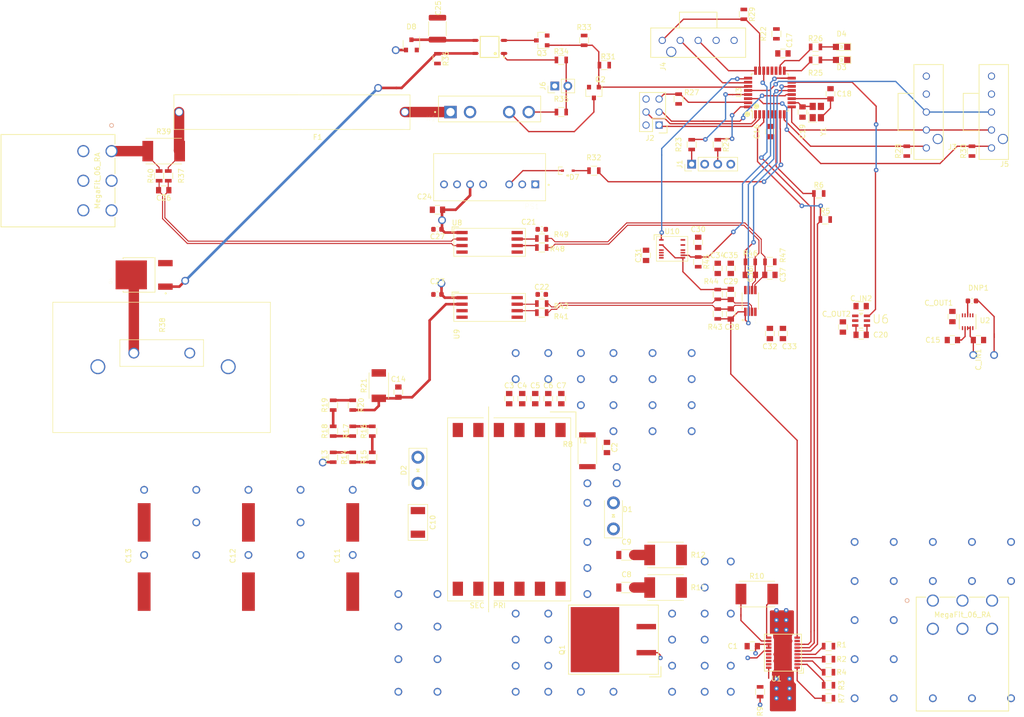
<source format=kicad_pcb>
(kicad_pcb (version 20171130) (host pcbnew "(5.1.8)-1")
  (layers (0 F.Cu signal) (1 In1.Cu signal) (2 In2.Cu signal) (31 B.Cu signal) (34 B.Paste user hide) (35 F.Paste user hide) (36 B.SilkS user hide) (37 F.SilkS user) (38 B.Mask user hide) (39 F.Mask user hide) (44 Edge.Cuts user))
  (net 0 "")
  (net 1 GND)
  (net 2 "/Buck Converter/+24V")
  (net 3 "Net-(C2-Pad2)")
  (net 4 "Net-(C8-Pad1)")
  (net 5 "Net-(C8-Pad2)")
  (net 6 "Net-(C9-Pad2)")
  (net 7 "/Flyback Converter/HV-")
  (net 8 "/Flyback Converter/HV+")
  (net 9 "/Flyback Converter/HV_V_FB")
  (net 10 "Net-(C15-Pad1)")
  (net 11 +5V)
  (net 12 "Net-(C17-Pad1)")
  (net 13 "Net-(C18-Pad1)")
  (net 14 "Net-(C19-Pad1)")
  (net 15 "Net-(C20-Pad1)")
  (net 16 "Net-(C20-Pad2)")
  (net 17 /Protections/HV_5V)
  (net 18 "Net-(C25-Pad1)")
  (net 19 "/Flyback Converter/LV_V_FB")
  (net 20 /Protections/V_FB_OFFSET)
  (net 21 "/-5V Buck Converter/-5V")
  (net 22 /Protections/LV_I_SENSE)
  (net 23 "Net-(D2-Pad1)")
  (net 24 "Net-(D3-Pad2)")
  (net 25 "Net-(D4-Pad2)")
  (net 26 "Net-(D7-Pad1)")
  (net 27 "Net-(D7-Pad2)")
  (net 28 "Net-(DNP1-Pad2)")
  (net 29 "Net-(F1-Pad1)")
  (net 30 "Net-(F1-Pad2)")
  (net 31 "Net-(J1-Pad3)")
  (net 32 "Net-(J1-Pad1)")
  (net 33 "/User Interface/MISO")
  (net 34 "/User Interface/SCK")
  (net 35 "/User Interface/MOSI")
  (net 36 "/User Interface/RESET")
  (net 37 "/User Interface/SS_I")
  (net 38 "/User Interface/SDI")
  (net 39 "/User Interface/D_OUTPUT_V")
  (net 40 "/User Interface/CS")
  (net 41 "/User Interface/CLK")
  (net 42 "/User Interface/SS_V")
  (net 43 /Protections/OutSwitch)
  (net 44 "Net-(J8-Pad5)")
  (net 45 "Net-(J8-Pad4)")
  (net 46 "Net-(J8-Pad3)")
  (net 47 "Net-(J8-Pad2)")
  (net 48 /Protections/HVOut)
  (net 49 "Net-(K1-Pad4)")
  (net 50 "Net-(K1-Pad3)")
  (net 51 "Net-(PS1-Pad8)")
  (net 52 "Net-(PS1-Pad5)")
  (net 53 "Net-(Q1-Pad1)")
  (net 54 "Net-(Q1-Pad3)")
  (net 55 /Protections/Out&nDis)
  (net 56 "Net-(Q3-Pad3)")
  (net 57 "Net-(Q4-Pad2)")
  (net 58 "Net-(Q4-Pad1)")
  (net 59 "Net-(R1-Pad2)")
  (net 60 "Net-(R2-Pad1)")
  (net 61 "Net-(R3-Pad1)")
  (net 62 "Net-(R4-Pad2)")
  (net 63 "/Flyback Converter/~FAULT")
  (net 64 "/Flyback Converter/~DONE")
  (net 65 "Net-(R7-Pad1)")
  (net 66 "Net-(R9-Pad2)")
  (net 67 "Net-(R13-Pad2)")
  (net 68 "Net-(R14-Pad1)")
  (net 69 "Net-(R15-Pad2)")
  (net 70 "Net-(R16-Pad2)")
  (net 71 "Net-(R17-Pad2)")
  (net 72 "Net-(R18-Pad2)")
  (net 73 "Net-(R19-Pad2)")
  (net 74 "/User Interface/DEBUG_LED1")
  (net 75 "/User Interface/DEBUG_LED2")
  (net 76 "/User Interface/PROGRAMMINGLED1")
  (net 77 "/User Interface/PROGRAMMINGLED2")
  (net 78 /Protections/HV_5V_CTRL)
  (net 79 "Net-(R34-Pad1)")
  (net 80 /Protections/V_FB-)
  (net 81 /Protections/V_FB+)
  (net 82 /Protections/~MCU_OFFSET_SHDN)
  (net 83 /Protections/I_LV-)
  (net 84 /Protections/I_LV+)
  (net 85 "Net-(T1-Pad8)")
  (net 86 "Net-(T1-Pad5)")
  (net 87 "Net-(U1-Pad19)")
  (net 88 "Net-(U1-Pad17)")
  (net 89 "/Flyback Converter/CHARGE")
  (net 90 "Net-(U2-Pad1)")
  (net 91 "/-5V Buck Converter/~-5V_SHDN")
  (net 92 "Net-(U3-Pad21)")
  (net 93 /Protections/MCU_DAC)
  (net 94 "Net-(U10-Pad12)")
  (net 95 "Net-(U10-Pad5)")
  (net 96 /Protections/I_HV-)
  (net 97 /Protections/I_HV+)
  (net 98 /Protections/V_FB_LV-)
  (net 99 /Protections/V_FB_LV+)
  (net 100 /Protections/I_LV_N)
  (net 101 /Protections/I_LV_P)
  (net 102 "/User Interface/SCK_PROG")
  (module footprints:C_0805_OEM (layer F.Cu) (at 190.5 109.22 180)
    (fp_text reference C15 (at 3.81 0) (layer F.SilkS))
    (fp_text value C_1uF hide)
    (pad 1 smd rect (at -1 0 180) (size 1 1.25) (layers F.Cu F.Paste F.Mask) (net 10 "Net-(C15-Pad1)"))
    (pad 2 smd rect (at 1 0 180) (size 1 1.25) (layers F.Cu F.Paste F.Mask) (net 1 GND))
  )
  (module footprints:C_0805_OEM (layer F.Cu) (at 151.511 168.91)
    (fp_text reference C1 (at -3.81 0) (layer F.SilkS))
    (fp_text value C_10uF_50V hide)
    (pad 1 smd rect (at -1 0) (size 1 1.25) (layers F.Cu F.Paste F.Mask) (net 1 GND))
    (pad 2 smd rect (at 1 0) (size 1 1.25) (layers F.Cu F.Paste F.Mask) (net 2 "/Buck Converter/+24V"))
  )
  (module footprints:C_0805_OEM (layer F.Cu) (at 123.19 130.175 270)
    (fp_text reference C2 (at 0 -1.5 90) (layer F.SilkS))
    (fp_text value C_1uF hide)
    (pad 2 smd rect (at 1 0 270) (size 1 1.25) (layers F.Cu F.Paste F.Mask) (net 3 "Net-(C2-Pad2)"))
    (pad 1 smd rect (at -1 0 270) (size 1 1.25) (layers F.Cu F.Paste F.Mask) (net 2 "/Buck Converter/+24V"))
  )
  (module footprints:C_0805_OEM (layer F.Cu) (at 104.14 120.65 90)
    (fp_text reference C3 (at 2.54 0 180) (layer F.SilkS))
    (fp_text value C hide)
    (pad 1 smd rect (at -1 0 90) (size 1 1.25) (layers F.Cu F.Paste F.Mask) (net 2 "/Buck Converter/+24V"))
    (pad 2 smd rect (at 1 0 90) (size 1 1.25) (layers F.Cu F.Paste F.Mask) (net 1 GND))
  )
  (module footprints:C_0805_OEM (layer F.Cu) (at 106.68 120.65 90)
    (fp_text reference C4 (at 2.54 0 180) (layer F.SilkS))
    (fp_text value C hide)
    (pad 2 smd rect (at 1 0 90) (size 1 1.25) (layers F.Cu F.Paste F.Mask) (net 1 GND))
    (pad 1 smd rect (at -1 0 90) (size 1 1.25) (layers F.Cu F.Paste F.Mask) (net 2 "/Buck Converter/+24V"))
  )
  (module footprints:C_0805_OEM (layer F.Cu) (at 109.22 120.65 90)
    (fp_text reference C5 (at 2.54 0 180) (layer F.SilkS))
    (fp_text value C hide)
    (pad 1 smd rect (at -1 0 90) (size 1 1.25) (layers F.Cu F.Paste F.Mask) (net 2 "/Buck Converter/+24V"))
    (pad 2 smd rect (at 1 0 90) (size 1 1.25) (layers F.Cu F.Paste F.Mask) (net 1 GND))
  )
  (module footprints:C_0805_OEM (layer F.Cu) (at 111.76 120.65 90)
    (fp_text reference C6 (at 2.54 0 180) (layer F.SilkS))
    (fp_text value C hide)
    (pad 1 smd rect (at -1 0 90) (size 1 1.25) (layers F.Cu F.Paste F.Mask) (net 2 "/Buck Converter/+24V"))
    (pad 2 smd rect (at 1 0 90) (size 1 1.25) (layers F.Cu F.Paste F.Mask) (net 1 GND))
  )
  (module footprints:C_0805_OEM (layer F.Cu) (at 114.3 120.65 90)
    (fp_text reference C7 (at 2.54 0 180) (layer F.SilkS))
    (fp_text value C_2.2uF hide)
    (pad 1 smd rect (at -1 0 90) (size 1 1.25) (layers F.Cu F.Paste F.Mask) (net 2 "/Buck Converter/+24V"))
    (pad 2 smd rect (at 1 0 90) (size 1 1.25) (layers F.Cu F.Paste F.Mask) (net 1 GND))
  )
  (module footprints:C_1206_OEM (layer F.Cu) (at 127 157.48)
    (fp_text reference C8 (at 0 -2.54) (layer F.SilkS))
    (fp_text value C_4.7nF hide)
    (pad 1 smd rect (at -1.5 0) (size 1 1.6) (layers F.Cu F.Paste F.Mask) (net 4 "Net-(C8-Pad1)"))
    (pad 2 smd rect (at 1.5 0) (size 1 1.6) (layers F.Cu F.Paste F.Mask) (net 5 "Net-(C8-Pad2)"))
  )
  (module footprints:C_1206_OEM (layer F.Cu) (at 127 151.13)
    (fp_text reference C9 (at 0 -2.54) (layer F.SilkS))
    (fp_text value C_4.7nF hide)
    (pad 2 smd rect (at 1.5 0) (size 1 1.6) (layers F.Cu F.Paste F.Mask) (net 6 "Net-(C9-Pad2)"))
    (pad 1 smd rect (at -1.5 0) (size 1 1.6) (layers F.Cu F.Paste F.Mask) (net 4 "Net-(C8-Pad1)"))
  )
  (module "footprints:1812(4532Metric)" (layer F.Cu) (at 86.36 144.78 180)
    (fp_text reference C10 (at -2.9 0 90) (layer F.SilkS))
    (fp_text value C_0.47uF)
    (pad 2 smd rect (at 0 -2.3 180) (size 2.8 1.4) (layers F.Cu F.Paste F.Mask) (net 7 "/Flyback Converter/HV-"))
    (pad 1 smd rect (at 0 2.3 180) (size 2.8 1.4) (layers F.Cu F.Paste F.Mask) (net 8 "/Flyback Converter/HV+"))
  )
  (module footprints:C_10uF_450V (layer F.Cu) (at 73.66 144.78)
    (fp_text reference C11 (at -3.05 6.53 90) (layer F.SilkS))
    (fp_text value C_10uF hide)
    (pad 1 smd rect (at 0 0) (size 2.5 7.5) (layers F.Cu F.Paste F.Mask) (net 8 "/Flyback Converter/HV+"))
    (pad 2 smd rect (at 0 13.5) (size 2.5 7.5) (layers F.Cu F.Paste F.Mask) (net 7 "/Flyback Converter/HV-"))
  )
  (module footprints:C_10uF_450V (layer F.Cu) (at 53.34 144.78)
    (fp_text reference C12 (at -3.05 6.53 90) (layer F.SilkS))
    (fp_text value C_10uF hide)
    (pad 2 smd rect (at 0 13.5) (size 2.5 7.5) (layers F.Cu F.Paste F.Mask) (net 7 "/Flyback Converter/HV-"))
    (pad 1 smd rect (at 0 0) (size 2.5 7.5) (layers F.Cu F.Paste F.Mask) (net 8 "/Flyback Converter/HV+"))
  )
  (module footprints:C_10uF_450V (layer F.Cu) (at 33.02 144.78)
    (fp_text reference C13 (at -3.05 6.53 90) (layer F.SilkS))
    (fp_text value C_10uF hide)
    (pad 1 smd rect (at 0 0) (size 2.5 7.5) (layers F.Cu F.Paste F.Mask) (net 8 "/Flyback Converter/HV+"))
    (pad 2 smd rect (at 0 13.5) (size 2.5 7.5) (layers F.Cu F.Paste F.Mask) (net 7 "/Flyback Converter/HV-"))
  )
  (module footprints:C_0805_OEM (layer F.Cu) (at 82.55 119.38 90)
    (fp_text reference C14 (at 2.54 0 180) (layer F.SilkS))
    (fp_text value C_10nF hide)
    (pad 2 smd rect (at 1 0 90) (size 1 1.25) (layers F.Cu F.Paste F.Mask) (net 7 "/Flyback Converter/HV-"))
    (pad 1 smd rect (at -1 0 90) (size 1 1.25) (layers F.Cu F.Paste F.Mask) (net 9 "/Flyback Converter/HV_V_FB"))
  )
  (module footprints:C_0805_OEM (layer F.Cu) (at 154.94 68.58 270)
    (fp_text reference C16 (at 0 2.54 90) (layer F.SilkS))
    (fp_text value C_0.1uF hide)
    (pad 1 smd rect (at -1 0 270) (size 1 1.25) (layers F.Cu F.Paste F.Mask) (net 11 +5V))
    (pad 2 smd rect (at 1 0 270) (size 1 1.25) (layers F.Cu F.Paste F.Mask) (net 1 GND))
  )
  (module footprints:C_0805_OEM (layer F.Cu) (at 157.48 53.34)
    (fp_text reference C17 (at 1.27 -2.54 -270) (layer F.SilkS))
    (fp_text value C_100pF hide)
    (pad 2 smd rect (at 1 0) (size 1 1.25) (layers F.Cu F.Paste F.Mask) (net 1 GND))
    (pad 1 smd rect (at -1 0) (size 1 1.25) (layers F.Cu F.Paste F.Mask) (net 12 "Net-(C17-Pad1)"))
  )
  (module footprints:C_0805_OEM (layer F.Cu) (at 166.751 61.214 90)
    (fp_text reference C18 (at 0 2.667 180) (layer F.SilkS))
    (fp_text value C_30pF hide)
    (pad 2 smd rect (at 1 0 90) (size 1 1.25) (layers F.Cu F.Paste F.Mask) (net 1 GND))
    (pad 1 smd rect (at -1 0 90) (size 1 1.25) (layers F.Cu F.Paste F.Mask) (net 13 "Net-(C18-Pad1)"))
  )
  (module footprints:C_0805_OEM (layer F.Cu) (at 161.29 64.77 270)
    (fp_text reference C19 (at 3.81 0 90) (layer F.SilkS))
    (fp_text value C_30pF hide)
    (pad 1 smd rect (at -1 0 270) (size 1 1.25) (layers F.Cu F.Paste F.Mask) (net 14 "Net-(C19-Pad1)"))
    (pad 2 smd rect (at 1 0 270) (size 1 1.25) (layers F.Cu F.Paste F.Mask) (net 1 GND))
  )
  (module footprints:C_0805_OEM (layer F.Cu) (at 172.72 108.204)
    (fp_text reference C20 (at 3.81 0) (layer F.SilkS))
    (fp_text value C_1uF hide)
    (pad 1 smd rect (at -1 0) (size 1 1.25) (layers F.Cu F.Paste F.Mask) (net 15 "Net-(C20-Pad1)"))
    (pad 2 smd rect (at 1 0) (size 1 1.25) (layers F.Cu F.Paste F.Mask) (net 16 "Net-(C20-Pad2)"))
  )
  (module footprints:C_0603_1608Metric (layer F.Cu) (at 110.49 87.63)
    (fp_text reference C21 (at -2.54 -1.43) (layer F.SilkS))
    (fp_text value C_100nF)
    (pad 2 smd roundrect (at 0.7875 0) (size 0.875 0.95) (layers F.Cu F.Paste F.Mask) (net 1 GND))
    (pad 1 smd roundrect (at -0.7875 0) (size 0.875 0.95) (layers F.Cu F.Paste F.Mask) (net 11 +5V))
  )
  (module footprints:C_0603_1608Metric (layer F.Cu) (at 110.49 100.33)
    (fp_text reference C22 (at 0 -1.43) (layer F.SilkS))
    (fp_text value C_100nF)
    (pad 1 smd roundrect (at -0.7875 0) (size 0.875 0.95) (layers F.Cu F.Paste F.Mask) (net 11 +5V))
    (pad 2 smd roundrect (at 0.7875 0) (size 0.875 0.95) (layers F.Cu F.Paste F.Mask) (net 1 GND))
  )
  (module footprints:C_0603_1608Metric (layer F.Cu) (at 90.17 100.33 180)
    (fp_text reference C23 (at 0 2.54) (layer F.SilkS))
    (fp_text value C_100nF)
    (pad 2 smd roundrect (at 0.7875 0 180) (size 0.875 0.95) (layers F.Cu F.Paste F.Mask) (net 7 "/Flyback Converter/HV-"))
    (pad 1 smd roundrect (at -0.7875 0 180) (size 0.875 0.95) (layers F.Cu F.Paste F.Mask) (net 17 /Protections/HV_5V))
  )
  (module footprints:C_0805_OEM (layer F.Cu) (at 90.17 83.82 180)
    (fp_text reference C24 (at 2.54 2.54) (layer F.SilkS))
    (fp_text value C_0.1uF hide)
    (pad 2 smd rect (at 1 0 180) (size 1 1.25) (layers F.Cu F.Paste F.Mask) (net 7 "/Flyback Converter/HV-"))
    (pad 1 smd rect (at -1 0 180) (size 1 1.25) (layers F.Cu F.Paste F.Mask) (net 17 /Protections/HV_5V))
  )
  (module footprints:C_1812_4532Metric (layer F.Cu) (at 90.17 48.514 90)
    (fp_text reference C25 (at 4.0132 0.1524 90) (layer F.SilkS))
    (fp_text value C_100uF)
    (pad 2 smd roundrect (at 2.1375 0 90) (size 1.125 3.4) (layers F.Cu F.Paste F.Mask) (roundrect_rratio 0.222222) (net 7 "/Flyback Converter/HV-"))
    (pad 1 smd roundrect (at -2.1375 0 90) (size 1.125 3.4) (layers F.Cu F.Paste F.Mask) (roundrect_rratio 0.222222) (net 18 "Net-(C25-Pad1)"))
  )
  (module footprints:C_0805_OEM (layer F.Cu) (at 36.83 80.01 180)
    (fp_text reference C26 (at 0 -1.5) (layer F.SilkS))
    (fp_text value C_22nF hide)
    (pad 2 smd rect (at 1 0 180) (size 1 1.25) (layers F.Cu F.Paste F.Mask) (net 96 /Protections/I_HV-))
    (pad 1 smd rect (at -1 0 180) (size 1 1.25) (layers F.Cu F.Paste F.Mask) (net 97 /Protections/I_HV+))
  )
  (module footprints:C_0603_1608Metric (layer F.Cu) (at 90.17 87.63 180)
    (fp_text reference C27 (at 0 -1.43) (layer F.SilkS))
    (fp_text value C_100nF)
    (pad 1 smd roundrect (at -0.7875 0 180) (size 0.875 0.95) (layers F.Cu F.Paste F.Mask) (net 17 /Protections/HV_5V))
    (pad 2 smd roundrect (at 0.7875 0 180) (size 0.875 0.95) (layers F.Cu F.Paste F.Mask) (net 7 "/Flyback Converter/HV-"))
  )
  (module footprints:C_0805_OEM (layer F.Cu) (at 147.32 104.14 90)
    (fp_text reference C28 (at -2.54 0.254 180) (layer F.SilkS))
    (fp_text value C_100pF hide)
    (pad 1 smd rect (at -1 0 90) (size 1 1.25) (layers F.Cu F.Paste F.Mask) (net 19 "/Flyback Converter/LV_V_FB"))
    (pad 2 smd rect (at 1 0 90) (size 1 1.25) (layers F.Cu F.Paste F.Mask) (net 98 /Protections/V_FB_LV-))
  )
  (module footprints:C_0805_OEM (layer F.Cu) (at 147.32 100.33 90)
    (fp_text reference C29 (at 2.54 0 180) (layer F.SilkS))
    (fp_text value C_100pF hide)
    (pad 2 smd rect (at 1 0 90) (size 1 1.25) (layers F.Cu F.Paste F.Mask) (net 20 /Protections/V_FB_OFFSET))
    (pad 1 smd rect (at -1 0 90) (size 1 1.25) (layers F.Cu F.Paste F.Mask) (net 99 /Protections/V_FB_LV+))
  )
  (module footprints:C_0805_OEM (layer F.Cu) (at 140.97 90.17 90)
    (fp_text reference C30 (at 2.54 0 180) (layer F.SilkS))
    (fp_text value C_0.1uF hide)
    (pad 1 smd rect (at -1 0 90) (size 1 1.25) (layers F.Cu F.Paste F.Mask) (net 11 +5V))
    (pad 2 smd rect (at 1 0 90) (size 1 1.25) (layers F.Cu F.Paste F.Mask) (net 1 GND))
  )
  (module footprints:C_0805_OEM (layer F.Cu) (at 130.81 92.71 90)
    (fp_text reference C31 (at 0 -1.5 90) (layer F.SilkS))
    (fp_text value C_0.1uF hide)
    (pad 2 smd rect (at 1 0 90) (size 1 1.25) (layers F.Cu F.Paste F.Mask) (net 1 GND))
    (pad 1 smd rect (at -1 0 90) (size 1 1.25) (layers F.Cu F.Paste F.Mask) (net 21 "/-5V Buck Converter/-5V"))
  )
  (module footprints:C_0805_OEM (layer F.Cu) (at 154.94 107.95 270)
    (fp_text reference C32 (at 2.54 0 180) (layer F.SilkS))
    (fp_text value C_0.1uF hide)
    (pad 1 smd rect (at -1 0 270) (size 1 1.25) (layers F.Cu F.Paste F.Mask) (net 21 "/-5V Buck Converter/-5V"))
    (pad 2 smd rect (at 1 0 270) (size 1 1.25) (layers F.Cu F.Paste F.Mask) (net 1 GND))
  )
  (module footprints:C_0805_OEM (layer F.Cu) (at 157.48 107.95 270)
    (fp_text reference C33 (at 2.54 -1.27 180) (layer F.SilkS))
    (fp_text value C_10uF_16V hide)
    (pad 2 smd rect (at 1 0 270) (size 1 1.25) (layers F.Cu F.Paste F.Mask) (net 1 GND))
    (pad 1 smd rect (at -1 0 270) (size 1 1.25) (layers F.Cu F.Paste F.Mask) (net 21 "/-5V Buck Converter/-5V"))
  )
  (module footprints:C_0805_OEM (layer F.Cu) (at 144.78 95.25 90)
    (fp_text reference C34 (at 2.54 0 180) (layer F.SilkS))
    (fp_text value C_10uF hide)
    (pad 2 smd rect (at 1 0 90) (size 1 1.25) (layers F.Cu F.Paste F.Mask) (net 1 GND))
    (pad 1 smd rect (at -1 0 90) (size 1 1.25) (layers F.Cu F.Paste F.Mask) (net 11 +5V))
  )
  (module footprints:C_0805_OEM (layer F.Cu) (at 147.32 95.25 270)
    (fp_text reference C35 (at -2.54 0 180) (layer F.SilkS))
    (fp_text value C_0.1uF hide)
    (pad 2 smd rect (at 1 0 270) (size 1 1.25) (layers F.Cu F.Paste F.Mask) (net 11 +5V))
    (pad 1 smd rect (at -1 0 270) (size 1 1.25) (layers F.Cu F.Paste F.Mask) (net 1 GND))
  )
  (module footprints:C_0805_OEM (layer F.Cu) (at 151.13 96.52)
    (fp_text reference C36 (at 0 0 90) (layer F.SilkS))
    (fp_text value C_47pF hide)
    (pad 1 smd rect (at -1 0) (size 1 1.25) (layers F.Cu F.Paste F.Mask) (net 22 /Protections/LV_I_SENSE))
    (pad 2 smd rect (at 1 0) (size 1 1.25) (layers F.Cu F.Paste F.Mask) (net 100 /Protections/I_LV_N))
  )
  (module footprints:C_0805_OEM (layer F.Cu) (at 154.94 96.52)
    (fp_text reference C37 (at 2.54 0 270) (layer F.SilkS))
    (fp_text value C_47pF hide)
    (pad 2 smd rect (at 1 0) (size 1 1.25) (layers F.Cu F.Paste F.Mask) (net 1 GND))
    (pad 1 smd rect (at -1 0) (size 1 1.25) (layers F.Cu F.Paste F.Mask) (net 101 /Protections/I_LV_P))
  )
  (module footprints:C_0805_OEM (layer F.Cu) (at 195.58 109.22)
    (fp_text reference C_IN1 (at 0 3.81 90) (layer F.SilkS))
    (fp_text value C_1uF hide)
    (pad 1 smd rect (at -1 0) (size 1 1.25) (layers F.Cu F.Paste F.Mask) (net 2 "/Buck Converter/+24V"))
    (pad 2 smd rect (at 1 0) (size 1 1.25) (layers F.Cu F.Paste F.Mask) (net 1 GND))
  )
  (module footprints:C_0805_OEM (layer F.Cu) (at 172.72 102.616)
    (fp_text reference C_IN2 (at 0 -1.5) (layer F.SilkS))
    (fp_text value C_10uF hide)
    (pad 2 smd rect (at 1 0) (size 1 1.25) (layers F.Cu F.Paste F.Mask) (net 1 GND))
    (pad 1 smd rect (at -1 0) (size 1 1.25) (layers F.Cu F.Paste F.Mask) (net 11 +5V))
  )
  (module footprints:C_0805_OEM (layer F.Cu) (at 190.5 104.648 90)
    (fp_text reference C_OUT1 (at 2.667 -2.667 180) (layer F.SilkS))
    (fp_text value C_10uF hide)
    (pad 2 smd rect (at 1 0 90) (size 1 1.25) (layers F.Cu F.Paste F.Mask) (net 1 GND))
    (pad 1 smd rect (at -1 0 90) (size 1 1.25) (layers F.Cu F.Paste F.Mask) (net 11 +5V))
  )
  (module footprints:C_0805_OEM (layer F.Cu) (at 169.164 106.68 270)
    (fp_text reference C_OUT2 (at -2.54 1.27 180) (layer F.SilkS))
    (fp_text value C_10uF hide)
    (pad 1 smd rect (at -1 0 270) (size 1 1.25) (layers F.Cu F.Paste F.Mask) (net 21 "/-5V Buck Converter/-5V"))
    (pad 2 smd rect (at 1 0 270) (size 1 1.25) (layers F.Cu F.Paste F.Mask) (net 1 GND))
  )
  (module formula:TO-220NFM (layer F.Cu) (at 124.46 143.51 90)
    (fp_text reference D1 (at 1.27 2.75 180) (layer F.SilkS))
    (fp_text value FSF10A20)
    (pad 1 thru_hole circle (at -2.54 0 90) (size 2.5 2.5) (drill 1.5) (layers *.Cu *.Mask) (net 4 "Net-(C8-Pad1)"))
    (pad 2 thru_hole circle (at 2.54 0 90) (size 2.5 2.5) (drill 1.5) (layers *.Cu *.Mask) (net 3 "Net-(C2-Pad2)"))
  )
  (module formula:TO-220NFM (layer F.Cu) (at 86.36 134.62 270)
    (fp_text reference D2 (at 0 2.75 90) (layer F.SilkS))
    (fp_text value RFN5TF8S)
    (pad 2 thru_hole circle (at 2.54 0 270) (size 2.5 2.5) (drill 1.5) (layers *.Cu *.Mask) (net 8 "/Flyback Converter/HV+"))
    (pad 1 thru_hole circle (at -2.54 0 270) (size 2.5 2.5) (drill 1.5) (layers *.Cu *.Mask) (net 23 "Net-(D2-Pad1)"))
  )
  (module footprints:LED_0805_OEM (layer F.Cu) (at 168.91 54.61 180)
    (fp_text reference D3 (at 0 -1.45) (layer F.SilkS))
    (fp_text value LED_0805 hide)
    (pad 2 smd rect (at 1.1 0) (size 1.2 1.2) (layers F.Cu F.Paste F.Mask) (net 24 "Net-(D3-Pad2)"))
    (pad 1 smd rect (at -1.1 0) (size 1.2 1.2) (layers F.Cu F.Paste F.Mask) (net 1 GND))
  )
  (module footprints:LED_0805_OEM (layer F.Cu) (at 168.91 52.07 180)
    (fp_text reference D4 (at 0 2.54) (layer F.SilkS))
    (fp_text value LED_0805 hide)
    (pad 1 smd rect (at -1.1 0) (size 1.2 1.2) (layers F.Cu F.Paste F.Mask) (net 1 GND))
    (pad 2 smd rect (at 1.1 0) (size 1.2 1.2) (layers F.Cu F.Paste F.Mask) (net 25 "Net-(D4-Pad2)"))
  )
  (module formula:SOD-323 (layer F.Cu) (at 115.57 76.2)
    (fp_text reference D7 (at 1.27 1.27) (layer F.SilkS))
    (fp_text value 1N4148WSTR hide)
    (pad 1 smd rect (at -1.05 0) (size 0.59 0.45) (layers F.Cu F.Paste F.Mask) (net 26 "Net-(D7-Pad1)"))
    (pad 2 smd rect (at 1.05 0) (size 0.59 0.45) (layers F.Cu F.Paste F.Mask) (net 27 "Net-(D7-Pad2)"))
  )
  (module footprints:SOT-23-3_OEM (layer F.Cu) (at 85.09 50.673 270)
    (fp_text reference D8 (at -2.54 0 180) (layer F.SilkS))
    (fp_text value BAT400D-7-F hide)
    (pad 3 smd rect (at 2 -1.05 270) (size 0.9 0.8) (layers F.Cu F.Paste F.Mask))
    (pad 2 smd rect (at 2 1.05 270) (size 0.9 0.8) (layers F.Cu F.Paste F.Mask) (net 17 /Protections/HV_5V))
    (pad 1 smd rect (at 0 0 270) (size 0.9 0.8) (layers F.Cu F.Paste F.Mask) (net 18 "Net-(C25-Pad1)"))
  )
  (module footprints:R_0603_1608Metric (layer F.Cu) (at 194.31 101.6 180)
    (fp_text reference DNP1 (at -1.27 2.54) (layer F.SilkS))
    (fp_text value R_0)
    (pad 1 smd roundrect (at -0.7875 0 180) (size 0.875 0.95) (layers F.Cu F.Paste F.Mask) (net 2 "/Buck Converter/+24V"))
    (pad 2 smd roundrect (at 0.7875 0 180) (size 0.875 0.95) (layers F.Cu F.Paste F.Mask) (net 28 "Net-(DNP1-Pad2)"))
  )
  (module footprints:Fuse_1A_600V (layer F.Cu) (at 83.82 64.77 180)
    (fp_text reference F1 (at 17 -4.9) (layer F.SilkS))
    (fp_text value F_1A_600V)
    (pad 1 thru_hole circle (at 0 0 180) (size 1.62 1.62) (drill 1.31) (layers *.Cu *.Mask) (net 29 "Net-(F1-Pad1)"))
    (pad 2 thru_hole circle (at 44 0 180) (size 1.62 1.62) (drill 1.31) (layers *.Cu *.Mask) (net 30 "Net-(F1-Pad2)"))
  )
  (module Pin_Headers:Pin_Header_Straight_1x04_Pitch2.54mm (layer F.Cu) (at 139.7 74.93 90)
    (fp_text reference J1 (at 0 -2.33 90) (layer F.SilkS))
    (fp_text value CONN_01x04)
    (pad 4 thru_hole oval (at 0 7.62 90) (size 1.7 1.7) (drill 1) (layers *.Cu *.Mask) (net 1 GND))
    (pad 3 thru_hole oval (at 0 5.08 90) (size 1.7 1.7) (drill 1) (layers *.Cu *.Mask) (net 31 "Net-(J1-Pad3)"))
    (pad 2 thru_hole oval (at 0 2.54 90) (size 1.7 1.7) (drill 1) (layers *.Cu *.Mask) (net 1 GND))
    (pad 1 thru_hole rect (at 0 0 90) (size 1.7 1.7) (drill 1) (layers *.Cu *.Mask) (net 32 "Net-(J1-Pad1)"))
  )
  (module footprints:Pin_Header_Straight_2x03 (layer F.Cu) (at 133.35 67.31 180)
    (fp_text reference J2 (at 1.778 -2.54) (layer F.SilkS))
    (fp_text value CONN_02X03 hide)
    (pad 1 thru_hole rect (at 0 0 180) (size 1.4 1.4) (drill 1.016) (layers *.Cu *.Mask) (net 33 "/User Interface/MISO"))
    (pad 2 thru_hole circle (at 2.54 0 180) (size 1.4 1.4) (drill 1.016) (layers *.Cu *.Mask) (net 11 +5V))
    (pad 3 thru_hole circle (at 0 2.54 180) (size 1.4 1.4) (drill 1.016) (layers *.Cu *.Mask) (net 102 "/User Interface/SCK_PROG"))
    (pad 4 thru_hole circle (at 2.54 2.54 180) (size 1.4 1.4) (drill 1.016) (layers *.Cu *.Mask) (net 35 "/User Interface/MOSI"))
    (pad 5 thru_hole circle (at 0 5.08 180) (size 1.4 1.4) (drill 1.016) (layers *.Cu *.Mask) (net 36 "/User Interface/RESET"))
    (pad 6 thru_hole circle (at 2.54 5.08 180) (size 1.4 1.4) (drill 1.016) (layers *.Cu *.Mask) (net 1 GND))
  )
  (module formula:Ultrafit_5 (layer F.Cu) (at 185.42 64.77)
    (fp_text reference J3 (at 5.08 6.83) (layer F.SilkS))
    (fp_text value UF_5_VT hide)
    (pad 5 thru_hole circle (at 0 -7) (size 1.397 1.397) (drill 1.02) (layers *.Cu *.Mask) (net 1 GND))
    (pad 4 thru_hole circle (at 0 -3.5 180) (size 1.397 1.397) (drill 1.02) (layers *.Cu *.Mask) (net 11 +5V))
    (pad 3 thru_hole circle (at 0 0 180) (size 1.397 1.397) (drill 1.02) (layers *.Cu *.Mask) (net 34 "/User Interface/SCK"))
    (pad "" thru_hole circle (at 2.23 5.25) (size 1.981 1.981) (drill 1.6) (layers *.Cu *.Mask))
    (pad 1 thru_hole circle (at 0 7) (size 1.397 1.397) (drill 1.02) (layers *.Cu *.Mask) (net 37 "/User Interface/SS_I"))
    (pad 2 thru_hole circle (at 0 3.5) (size 1.397 1.397) (drill 1.02) (layers *.Cu *.Mask) (net 38 "/User Interface/SDI"))
  )
  (module formula:Ultrafit_5 (layer F.Cu) (at 140.97 50.8 270)
    (fp_text reference J4 (at 5.08 6.83 90) (layer F.SilkS))
    (fp_text value UF_5_VT hide)
    (pad 2 thru_hole circle (at 0 3.5 270) (size 1.397 1.397) (drill 1.02) (layers *.Cu *.Mask) (net 39 "/User Interface/D_OUTPUT_V"))
    (pad 1 thru_hole circle (at 0 7 270) (size 1.397 1.397) (drill 1.02) (layers *.Cu *.Mask) (net 40 "/User Interface/CS"))
    (pad "" thru_hole circle (at 2.23 5.25 270) (size 1.981 1.981) (drill 1.6) (layers *.Cu *.Mask))
    (pad 3 thru_hole circle (at 0 0 90) (size 1.397 1.397) (drill 1.02) (layers *.Cu *.Mask) (net 41 "/User Interface/CLK"))
    (pad 4 thru_hole circle (at 0 -3.5 90) (size 1.397 1.397) (drill 1.02) (layers *.Cu *.Mask) (net 11 +5V))
    (pad 5 thru_hole circle (at 0 -7 270) (size 1.397 1.397) (drill 1.02) (layers *.Cu *.Mask) (net 1 GND))
  )
  (module formula:Ultrafit_5 (layer F.Cu) (at 198.12 64.77)
    (fp_text reference J5 (at 2.54 10.16) (layer F.SilkS))
    (fp_text value UF_5_VT hide)
    (pad 2 thru_hole circle (at 0 3.5) (size 1.397 1.397) (drill 1.02) (layers *.Cu *.Mask) (net 38 "/User Interface/SDI"))
    (pad 1 thru_hole circle (at 0 7) (size 1.397 1.397) (drill 1.02) (layers *.Cu *.Mask) (net 42 "/User Interface/SS_V"))
    (pad "" thru_hole circle (at 2.23 5.25) (size 1.981 1.981) (drill 1.6) (layers *.Cu *.Mask))
    (pad 3 thru_hole circle (at 0 0 180) (size 1.397 1.397) (drill 1.02) (layers *.Cu *.Mask) (net 34 "/User Interface/SCK"))
    (pad 4 thru_hole circle (at 0 -3.5 180) (size 1.397 1.397) (drill 1.02) (layers *.Cu *.Mask) (net 11 +5V))
    (pad 5 thru_hole circle (at 0 -7) (size 1.397 1.397) (drill 1.02) (layers *.Cu *.Mask) (net 1 GND))
  )
  (module footprints:PinHeader_1x02_P2.54mm_Vertical (layer F.Cu) (at 113.03 59.69 90)
    (fp_text reference J6 (at 0 -2.33 90) (layer F.SilkS))
    (fp_text value CONN_01x02)
    (pad 1 thru_hole rect (at 0 0 90) (size 1.7 1.7) (drill 1) (layers *.Cu *.Mask) (net 11 +5V))
    (pad 2 thru_hole oval (at 0 2.54 90) (size 1.7 1.7) (drill 1) (layers *.Cu *.Mask) (net 43 /Protections/OutSwitch))
  )
  (module footprints:MegaFit_06_RA (layer F.Cu) (at 186.69 160.02)
    (fp_text reference J7 hide)
    (fp_text value MegaFit_06_RA (at 5.770001 2.75) (layer F.SilkS))
    (fp_text user * (at 0 0) (layer F.SilkS))
    (pad 1 thru_hole circle (at 0 0) (size 2.3622 2.3622) (drill 1.8542) (layers *.Cu *.Mask) (net 1 GND))
    (pad 2 thru_hole circle (at 5.770001 0) (size 2.3622 2.3622) (drill 1.8542) (layers *.Cu *.Mask) (net 1 GND))
    (pad 3 thru_hole circle (at 11.540002 0) (size 2.3622 2.3622) (drill 1.8542) (layers *.Cu *.Mask) (net 1 GND))
    (pad 4 thru_hole circle (at 0 5.499999) (size 2.3622 2.3622) (drill 1.8542) (layers *.Cu *.Mask) (net 2 "/Buck Converter/+24V"))
    (pad 5 thru_hole circle (at 5.770001 5.499999) (size 2.3622 2.3622) (drill 1.8542) (layers *.Cu *.Mask) (net 2 "/Buck Converter/+24V"))
    (pad 6 thru_hole circle (at 11.540002 5.499999) (size 2.3622 2.3622) (drill 1.8542) (layers *.Cu *.Mask) (net 2 "/Buck Converter/+24V"))
    (pad 7 np_thru_hole circle (at 0.07 12.8 90) (size 3.048 3.048) (drill 3.048) (layers *.Cu *.Mask))
    (pad 8 np_thru_hole circle (at 11.470003 12.8 90) (size 3.048 3.048) (drill 3.048) (layers *.Cu *.Mask))
  )
  (module footprints:MegaFit_06_RA (layer F.Cu) (at 26.67 72.39 270)
    (fp_text reference J8 hide)
    (fp_text value MegaFit_06_RA (at 5.770001 2.75 90) (layer F.SilkS))
    (fp_text user * (at 0 0 90) (layer F.SilkS))
    (pad 8 np_thru_hole circle (at 11.470003 12.8) (size 3.048 3.048) (drill 3.048) (layers *.Cu *.Mask))
    (pad 7 np_thru_hole circle (at 0.07 12.8) (size 3.048 3.048) (drill 3.048) (layers *.Cu *.Mask))
    (pad 6 thru_hole circle (at 11.540002 5.499999 270) (size 2.3622 2.3622) (drill 1.8542) (layers *.Cu *.Mask) (net 7 "/Flyback Converter/HV-"))
    (pad 5 thru_hole circle (at 5.770001 5.499999 270) (size 2.3622 2.3622) (drill 1.8542) (layers *.Cu *.Mask) (net 44 "Net-(J8-Pad5)"))
    (pad 4 thru_hole circle (at 0 5.499999 270) (size 2.3622 2.3622) (drill 1.8542) (layers *.Cu *.Mask) (net 45 "Net-(J8-Pad4)"))
    (pad 3 thru_hole circle (at 11.540002 0 270) (size 2.3622 2.3622) (drill 1.8542) (layers *.Cu *.Mask) (net 46 "Net-(J8-Pad3)"))
    (pad 2 thru_hole circle (at 5.770001 0 270) (size 2.3622 2.3622) (drill 1.8542) (layers *.Cu *.Mask) (net 47 "Net-(J8-Pad2)"))
    (pad 1 thru_hole circle (at 0 0 270) (size 2.3622 2.3622) (drill 1.8542) (layers *.Cu *.Mask) (net 48 /Protections/HVOut))
  )
  (module footprints:TO381P2016X515X2916-4 (layer F.Cu) (at 92.71 64.77)
    (fp_text reference K1 (at -3.81 1.27) (layer F.SilkS) (effects (font (thickness 0.015))))
    (fp_text value CPC1979J)
    (pad 4 thru_hole circle (at 15.24 0) (size 2.42 2.42) (drill 1.61) (layers *.Cu *.Mask) (net 49 "Net-(K1-Pad4)"))
    (pad 3 thru_hole circle (at 11.43 0) (size 2.42 2.42) (drill 1.61) (layers *.Cu *.Mask) (net 50 "Net-(K1-Pad3)"))
    (pad 2 thru_hole circle (at 3.81 0) (size 2.42 2.42) (drill 1.61) (layers *.Cu *.Mask) (net 8 "/Flyback Converter/HV+"))
    (pad 1 thru_hole rect (at 0 0) (size 2.42 2.42) (drill 1.61) (layers *.Cu *.Mask) (net 29 "Net-(F1-Pad1)"))
  )
  (module footprints:H2 (layer F.Cu) (at 100.33 77.47 180)
    (fp_text reference PS1 (at -8.255 -5.715) (layer F.SilkS) (effects (font (thickness 0.015))))
    (fp_text value RSOE-0505S_H2)
    (pad 8 thru_hole circle (at 8.88 -1.4 180) (size 1.508 1.508) (drill 1) (layers *.Cu *.Mask) (net 51 "Net-(PS1-Pad8)"))
    (pad 7 thru_hole circle (at 6.34 -1.4 180) (size 1.508 1.508) (drill 1) (layers *.Cu *.Mask) (net 7 "/Flyback Converter/HV-"))
    (pad 6 thru_hole circle (at 3.8 -1.4 180) (size 1.508 1.508) (drill 1) (layers *.Cu *.Mask) (net 17 /Protections/HV_5V))
    (pad 5 thru_hole circle (at 1.26 -1.4 180) (size 1.508 1.508) (drill 1) (layers *.Cu *.Mask) (net 52 "Net-(PS1-Pad5)"))
    (pad 3 thru_hole circle (at -3.82 -1.4 180) (size 1.508 1.508) (drill 1) (layers *.Cu *.Mask) (net 26 "Net-(D7-Pad1)"))
    (pad 2 thru_hole circle (at -6.36 -1.4 180) (size 1.508 1.508) (drill 1) (layers *.Cu *.Mask) (net 11 +5V))
    (pad 1 thru_hole rect (at -8.9 -1.4 180) (size 1.508 1.508) (drill 1) (layers *.Cu *.Mask) (net 1 GND))
  )
  (module formula:D2PAK (layer F.Cu) (at 124.46 167.64 90)
    (fp_text reference Q1 (at -2 -10 270) (layer F.SilkS))
    (fp_text value FDB33N25)
    (pad 1 smd rect (at -2.54 6.4 90) (size 1.05 3.8) (layers F.Cu F.Paste F.Mask) (net 53 "Net-(Q1-Pad1)"))
    (pad 3 smd rect (at 2.54 6.4 90) (size 1.05 3.8) (layers F.Cu F.Paste F.Mask) (net 54 "Net-(Q1-Pad3)"))
    (pad 2 smd rect (at 0 -3.6 90) (size 12.7 9.45) (layers F.Cu F.Paste F.Mask) (net 4 "Net-(C8-Pad1)"))
  )
  (module footprints:SOT-23F (layer F.Cu) (at 120.65 60.96 270)
    (fp_text reference Q2 (at -2.54 -1.27 180) (layer F.SilkS))
    (fp_text value SSM3K333R hide)
    (pad 1 smd rect (at -1.05 -0.95 270) (size 0.9 0.8) (layers F.Cu F.Paste F.Mask) (net 55 /Protections/Out&nDis))
    (pad 2 smd rect (at -1.05 0.95 270) (size 0.9 0.8) (layers F.Cu F.Paste F.Mask) (net 1 GND))
    (pad 3 smd rect (at 1.05 0 270) (size 0.9 0.8) (layers F.Cu F.Paste F.Mask) (net 50 "Net-(K1-Pad3)"))
  )
  (module footprints:SOT-23F (layer F.Cu) (at 110.49 50.8 180)
    (fp_text reference Q3 (at 0 -2.5) (layer F.SilkS))
    (fp_text value SSM3K333R hide)
    (pad 3 smd rect (at 1.05 0 180) (size 0.9 0.8) (layers F.Cu F.Paste F.Mask) (net 56 "Net-(Q3-Pad3)"))
    (pad 2 smd rect (at -1.05 0.95 180) (size 0.9 0.8) (layers F.Cu F.Paste F.Mask) (net 1 GND))
    (pad 1 smd rect (at -1.05 -0.95 180) (size 0.9 0.8) (layers F.Cu F.Paste F.Mask) (net 55 /Protections/Out&nDis))
  )
  (module footprints:DPAK229P990X239-4N (layer F.Cu) (at 33.02 96.52 90)
    (fp_text reference Q4 (at -1.168533 -6.509334 90) (layer F.SilkS) (effects (font (size 0.640289 0.640289) (thickness 0.015))))
    (fp_text value FQD2N60CTM)
    (pad 2 smd rect (at 0 -2.51 90) (size 5.63 6.1) (layers F.Cu F.Mask) (net 57 "Net-(Q4-Pad2)"))
    (pad 3 smd rect (at 2.29 4.14 90) (size 1.22 2.83) (layers F.Cu F.Paste F.Mask) (net 7 "/Flyback Converter/HV-"))
    (pad 1 smd rect (at -2.29 4.14 90) (size 1.22 2.83) (layers F.Cu F.Paste F.Mask) (net 58 "Net-(Q4-Pad1)"))
  )
  (module footprints:R_0805_OEM (layer F.Cu) (at 166.37 168.91 180)
    (fp_text reference R1 (at -2.54 0.254) (layer F.SilkS))
    (fp_text value R_576K hide)
    (pad 2 smd rect (at 0.95 0 180) (size 0.7 1.3) (layers F.Cu F.Paste F.Mask) (net 59 "Net-(R1-Pad2)"))
    (pad 1 smd rect (at -0.95 0 180) (size 0.7 1.3) (layers F.Cu F.Paste F.Mask) (net 2 "/Buck Converter/+24V"))
  )
  (module footprints:R_0805_OEM (layer F.Cu) (at 166.37 171.45)
    (fp_text reference R2 (at 2.54 0) (layer F.SilkS))
    (fp_text value R_200K hide)
    (pad 1 smd rect (at -0.95 0) (size 0.7 1.3) (layers F.Cu F.Paste F.Mask) (net 60 "Net-(R2-Pad1)"))
    (pad 2 smd rect (at 0.95 0) (size 0.7 1.3) (layers F.Cu F.Paste F.Mask) (net 2 "/Buck Converter/+24V"))
  )
  (module footprints:R_0805_OEM (layer F.Cu) (at 166.37 176.53)
    (fp_text reference R3 (at 2.54 0 -90) (layer F.SilkS))
    (fp_text value R_200K hide)
    (pad 2 smd rect (at 0.95 0) (size 0.7 1.3) (layers F.Cu F.Paste F.Mask) (net 2 "/Buck Converter/+24V"))
    (pad 1 smd rect (at -0.95 0) (size 0.7 1.3) (layers F.Cu F.Paste F.Mask) (net 61 "Net-(R3-Pad1)"))
  )
  (module footprints:R_0805_OEM (layer F.Cu) (at 166.37 173.99 180)
    (fp_text reference R4 (at -2.54 0) (layer F.SilkS))
    (fp_text value R_576K hide)
    (pad 1 smd rect (at -0.95 0 180) (size 0.7 1.3) (layers F.Cu F.Paste F.Mask) (net 2 "/Buck Converter/+24V"))
    (pad 2 smd rect (at 0.95 0 180) (size 0.7 1.3) (layers F.Cu F.Paste F.Mask) (net 62 "Net-(R4-Pad2)"))
  )
  (module footprints:R_0805_OEM (layer F.Cu) (at 165.735 85.725)
    (fp_text reference R5 (at 0 -1.65) (layer F.SilkS))
    (fp_text value R_100K hide)
    (pad 2 smd rect (at 0.95 0) (size 0.7 1.3) (layers F.Cu F.Paste F.Mask) (net 11 +5V))
    (pad 1 smd rect (at -0.95 0) (size 0.7 1.3) (layers F.Cu F.Paste F.Mask) (net 63 "/Flyback Converter/~FAULT"))
  )
  (module footprints:R_0805_OEM (layer F.Cu) (at 164.465 80.645)
    (fp_text reference R6 (at 0 -1.65) (layer F.SilkS))
    (fp_text value R_100K hide)
    (pad 1 smd rect (at -0.95 0) (size 0.7 1.3) (layers F.Cu F.Paste F.Mask) (net 64 "/Flyback Converter/~DONE"))
    (pad 2 smd rect (at 0.95 0) (size 0.7 1.3) (layers F.Cu F.Paste F.Mask) (net 11 +5V))
  )
  (module footprints:R_0805_OEM (layer F.Cu) (at 166.37 179.07)
    (fp_text reference R7 (at 2.54 0 -90) (layer F.SilkS))
    (fp_text value R_80.6k hide)
    (pad 1 smd rect (at -0.95 0) (size 0.7 1.3) (layers F.Cu F.Paste F.Mask) (net 65 "Net-(R7-Pad1)"))
    (pad 2 smd rect (at 0.95 0) (size 0.7 1.3) (layers F.Cu F.Paste F.Mask) (net 2 "/Buck Converter/+24V"))
  )
  (module footprints:R_2512_OEM (layer F.Cu) (at 119.38 130.81 270)
    (fp_text reference R8 (at -1.27 3.81) (layer F.SilkS))
    (fp_text value R_1K hide)
    (pad 1 smd rect (at -3.1 0 270) (size 1 3.2) (layers F.Cu F.Paste F.Mask) (net 2 "/Buck Converter/+24V"))
    (pad 2 smd rect (at 3.1 0 270) (size 1 3.2) (layers F.Cu F.Paste F.Mask) (net 3 "Net-(C2-Pad2)"))
  )
  (module footprints:R_0805_OEM (layer F.Cu) (at 153.035 177.8 90)
    (fp_text reference R9 (at -3.81 0 90) (layer F.SilkS))
    (fp_text value R_36.5k hide)
    (pad 1 smd rect (at -0.95 0 90) (size 0.7 1.3) (layers F.Cu F.Paste F.Mask) (net 4 "Net-(C8-Pad1)"))
    (pad 2 smd rect (at 0.95 0 90) (size 0.7 1.3) (layers F.Cu F.Paste F.Mask) (net 66 "Net-(R9-Pad2)"))
  )
  (module formula:R_2512_LARGE (layer F.Cu) (at 152.4 158.75 270)
    (fp_text reference R10 (at -3.5 0) (layer F.SilkS))
    (fp_text value R_6mOhm)
    (pad 1 smd rect (at 0 3.1 270) (size 4 2.1) (layers F.Cu F.Paste F.Mask) (net 54 "Net-(Q1-Pad3)"))
    (pad 2 smd rect (at 0 -3.1 270) (size 4 2.1) (layers F.Cu F.Paste F.Mask) (net 1 GND))
  )
  (module formula:R_2512_LARGE (layer F.Cu) (at 134.62 157.48 270)
    (fp_text reference R11 (at 0 -6.35) (layer F.SilkS))
    (fp_text value R_13)
    (pad 1 smd rect (at 0 3.1 270) (size 4 2.1) (layers F.Cu F.Paste F.Mask) (net 5 "Net-(C8-Pad2)"))
    (pad 2 smd rect (at 0 -3.1 270) (size 4 2.1) (layers F.Cu F.Paste F.Mask) (net 54 "Net-(Q1-Pad3)"))
  )
  (module formula:R_2512_LARGE (layer F.Cu) (at 134.62 151.13 270)
    (fp_text reference R12 (at 0 -6.35) (layer F.SilkS))
    (fp_text value R_13)
    (pad 2 smd rect (at 0 -3.1 270) (size 4 2.1) (layers F.Cu F.Paste F.Mask) (net 54 "Net-(Q1-Pad3)"))
    (pad 1 smd rect (at 0 3.1 270) (size 4 2.1) (layers F.Cu F.Paste F.Mask) (net 6 "Net-(C9-Pad2)"))
  )
  (module footprints:R_0805_OEM (layer F.Cu) (at 69.85 132.08 90)
    (fp_text reference R13 (at 0 -1.65 90) (layer F.SilkS))
    (fp_text value R_67k hide)
    (pad 1 smd rect (at -0.95 0 90) (size 0.7 1.3) (layers F.Cu F.Paste F.Mask) (net 8 "/Flyback Converter/HV+"))
    (pad 2 smd rect (at 0.95 0 90) (size 0.7 1.3) (layers F.Cu F.Paste F.Mask) (net 67 "Net-(R13-Pad2)"))
  )
  (module footprints:R_0805_OEM (layer F.Cu) (at 73.66 132.08 90)
    (fp_text reference R14 (at 0 -1.65 90) (layer F.SilkS))
    (fp_text value R_67k hide)
    (pad 2 smd rect (at 0.95 0 90) (size 0.7 1.3) (layers F.Cu F.Paste F.Mask) (net 67 "Net-(R13-Pad2)"))
    (pad 1 smd rect (at -0.95 0 90) (size 0.7 1.3) (layers F.Cu F.Paste F.Mask) (net 68 "Net-(R14-Pad1)"))
  )
  (module footprints:R_0805_OEM (layer F.Cu) (at 77.47 132.08 90)
    (fp_text reference R15 (at 0 -1.65 90) (layer F.SilkS))
    (fp_text value R_67k hide)
    (pad 1 smd rect (at -0.95 0 90) (size 0.7 1.3) (layers F.Cu F.Paste F.Mask) (net 68 "Net-(R14-Pad1)"))
    (pad 2 smd rect (at 0.95 0 90) (size 0.7 1.3) (layers F.Cu F.Paste F.Mask) (net 69 "Net-(R15-Pad2)"))
  )
  (module footprints:R_0805_OEM (layer F.Cu) (at 77.47 127 90)
    (fp_text reference R16 (at 0 -1.65 90) (layer F.SilkS))
    (fp_text value R_67k hide)
    (pad 2 smd rect (at 0.95 0 90) (size 0.7 1.3) (layers F.Cu F.Paste F.Mask) (net 70 "Net-(R16-Pad2)"))
    (pad 1 smd rect (at -0.95 0 90) (size 0.7 1.3) (layers F.Cu F.Paste F.Mask) (net 69 "Net-(R15-Pad2)"))
  )
  (module footprints:R_0805_OEM (layer F.Cu) (at 73.66 127 270)
    (fp_text reference R17 (at 0 1.27 90) (layer F.SilkS))
    (fp_text value R_67k hide)
    (pad 1 smd rect (at -0.95 0 270) (size 0.7 1.3) (layers F.Cu F.Paste F.Mask) (net 70 "Net-(R16-Pad2)"))
    (pad 2 smd rect (at 0.95 0 270) (size 0.7 1.3) (layers F.Cu F.Paste F.Mask) (net 71 "Net-(R17-Pad2)"))
  )
  (module footprints:R_0805_OEM (layer F.Cu) (at 69.85 127 90)
    (fp_text reference R18 (at 0 -1.65 90) (layer F.SilkS))
    (fp_text value R_67k hide)
    (pad 2 smd rect (at 0.95 0 90) (size 0.7 1.3) (layers F.Cu F.Paste F.Mask) (net 72 "Net-(R18-Pad2)"))
    (pad 1 smd rect (at -0.95 0 90) (size 0.7 1.3) (layers F.Cu F.Paste F.Mask) (net 71 "Net-(R17-Pad2)"))
  )
  (module footprints:R_0805_OEM (layer F.Cu) (at 69.85 121.92 90)
    (fp_text reference R19 (at 0 -1.65 90) (layer F.SilkS))
    (fp_text value R_67k hide)
    (pad 2 smd rect (at 0.95 0 90) (size 0.7 1.3) (layers F.Cu F.Paste F.Mask) (net 73 "Net-(R19-Pad2)"))
    (pad 1 smd rect (at -0.95 0 90) (size 0.7 1.3) (layers F.Cu F.Paste F.Mask) (net 72 "Net-(R18-Pad2)"))
  )
  (module footprints:R_0805_OEM (layer F.Cu) (at 73.66 121.92 270)
    (fp_text reference R20 (at 0 -1.65 90) (layer F.SilkS))
    (fp_text value R_67k hide)
    (pad 1 smd rect (at -0.95 0 270) (size 0.7 1.3) (layers F.Cu F.Paste F.Mask) (net 73 "Net-(R19-Pad2)"))
    (pad 2 smd rect (at 0.95 0 270) (size 0.7 1.3) (layers F.Cu F.Paste F.Mask) (net 9 "/Flyback Converter/HV_V_FB"))
  )
  (module formula:R_2010_Vishay (layer F.Cu) (at 78.74 118.11)
    (fp_text reference R21 (at -2.9 0 90) (layer F.SilkS))
    (fp_text value R_1.5k)
    (pad 2 smd rect (at 0 -2.475) (size 2.8 1.45) (layers F.Cu F.Paste F.Mask) (net 7 "/Flyback Converter/HV-"))
    (pad 1 smd rect (at 0 2.475) (size 2.8 1.45) (layers F.Cu F.Paste F.Mask) (net 9 "/Flyback Converter/HV_V_FB"))
  )
  (module footprints:R_0805_OEM (layer F.Cu) (at 156.21 49.53 270)
    (fp_text reference R22 (at 0 2.54 90) (layer F.SilkS))
    (fp_text value R_100 hide)
    (pad 1 smd rect (at -0.95 0 270) (size 0.7 1.3) (layers F.Cu F.Paste F.Mask) (net 11 +5V))
    (pad 2 smd rect (at 0.95 0 270) (size 0.7 1.3) (layers F.Cu F.Paste F.Mask) (net 12 "Net-(C17-Pad1)"))
  )
  (module footprints:R_0805_OEM (layer F.Cu) (at 139.7 71.12 270)
    (fp_text reference R23 (at 0 2.54 90) (layer F.SilkS))
    (fp_text value R_200 hide)
    (pad 1 smd rect (at -0.95 0 270) (size 0.7 1.3) (layers F.Cu F.Paste F.Mask) (net 74 "/User Interface/DEBUG_LED1"))
    (pad 2 smd rect (at 0.95 0 270) (size 0.7 1.3) (layers F.Cu F.Paste F.Mask) (net 32 "Net-(J1-Pad1)"))
  )
  (module footprints:R_0805_OEM (layer F.Cu) (at 144.78 71.12 270)
    (fp_text reference R24 (at 0 -1.65 90) (layer F.SilkS))
    (fp_text value R_200 hide)
    (pad 2 smd rect (at 0.95 0 270) (size 0.7 1.3) (layers F.Cu F.Paste F.Mask) (net 31 "Net-(J1-Pad3)"))
    (pad 1 smd rect (at -0.95 0 270) (size 0.7 1.3) (layers F.Cu F.Paste F.Mask) (net 75 "/User Interface/DEBUG_LED2"))
  )
  (module footprints:R_0805_OEM (layer F.Cu) (at 163.83 54.61)
    (fp_text reference R25 (at 0 2.54) (layer F.SilkS))
    (fp_text value R_200 hide)
    (pad 1 smd rect (at -0.95 0) (size 0.7 1.3) (layers F.Cu F.Paste F.Mask) (net 76 "/User Interface/PROGRAMMINGLED1"))
    (pad 2 smd rect (at 0.95 0) (size 0.7 1.3) (layers F.Cu F.Paste F.Mask) (net 24 "Net-(D3-Pad2)"))
  )
  (module footprints:R_0805_OEM (layer F.Cu) (at 163.83 52.07)
    (fp_text reference R26 (at 0 -1.65) (layer F.SilkS))
    (fp_text value R_200 hide)
    (pad 1 smd rect (at -0.95 0) (size 0.7 1.3) (layers F.Cu F.Paste F.Mask) (net 77 "/User Interface/PROGRAMMINGLED2"))
    (pad 2 smd rect (at 0.95 0) (size 0.7 1.3) (layers F.Cu F.Paste F.Mask) (net 25 "Net-(D4-Pad2)"))
  )
  (module footprints:R_0805_OEM (layer F.Cu) (at 137.16 62.23 90)
    (fp_text reference R27 (at 1.27 2.54 180) (layer F.SilkS))
    (fp_text value R_10K hide)
    (pad 1 smd rect (at -0.95 0 90) (size 0.7 1.3) (layers F.Cu F.Paste F.Mask) (net 11 +5V))
    (pad 2 smd rect (at 0.95 0 90) (size 0.7 1.3) (layers F.Cu F.Paste F.Mask) (net 36 "/User Interface/RESET"))
  )
  (module footprints:R_0805_OEM (layer F.Cu) (at 181.61 72.39 90)
    (fp_text reference R28 (at 0 -1.65 90) (layer F.SilkS))
    (fp_text value R_4.7K hide)
    (pad 1 smd rect (at -0.95 0 90) (size 0.7 1.3) (layers F.Cu F.Paste F.Mask) (net 11 +5V))
    (pad 2 smd rect (at 0.95 0 90) (size 0.7 1.3) (layers F.Cu F.Paste F.Mask) (net 37 "/User Interface/SS_I"))
  )
  (module footprints:R_0805_OEM (layer F.Cu) (at 149.86 45.72 270)
    (fp_text reference R29 (at 0 -1.65 90) (layer F.SilkS))
    (fp_text value R_4.7K hide)
    (pad 2 smd rect (at 0.95 0 270) (size 0.7 1.3) (layers F.Cu F.Paste F.Mask) (net 40 "/User Interface/CS"))
    (pad 1 smd rect (at -0.95 0 270) (size 0.7 1.3) (layers F.Cu F.Paste F.Mask) (net 11 +5V))
  )
  (module footprints:R_0805_OEM (layer F.Cu) (at 194.31 72.39 90)
    (fp_text reference R30 (at 0 -1.65 90) (layer F.SilkS))
    (fp_text value R_4.7K hide)
    (pad 1 smd rect (at -0.95 0 90) (size 0.7 1.3) (layers F.Cu F.Paste F.Mask) (net 11 +5V))
    (pad 2 smd rect (at 0.95 0 90) (size 0.7 1.3) (layers F.Cu F.Paste F.Mask) (net 42 "/User Interface/SS_V"))
  )
  (module footprints:R_0805_OEM (layer F.Cu) (at 122.682 55.626)
    (fp_text reference R31 (at 0.762 -1.65) (layer F.SilkS))
    (fp_text value R_100K hide)
    (pad 2 smd rect (at 0.95 0) (size 0.7 1.3) (layers F.Cu F.Paste F.Mask) (net 1 GND))
    (pad 1 smd rect (at -0.95 0) (size 0.7 1.3) (layers F.Cu F.Paste F.Mask) (net 55 /Protections/Out&nDis))
  )
  (module footprints:R_0805_OEM (layer F.Cu) (at 120.65 76.2)
    (fp_text reference R32 (at 0 -2.54) (layer F.SilkS))
    (fp_text value R_100 hide)
    (pad 1 smd rect (at -0.95 0) (size 0.7 1.3) (layers F.Cu F.Paste F.Mask) (net 27 "Net-(D7-Pad2)"))
    (pad 2 smd rect (at 0.95 0) (size 0.7 1.3) (layers F.Cu F.Paste F.Mask) (net 78 /Protections/HV_5V_CTRL))
  )
  (module footprints:R_0805_OEM (layer F.Cu) (at 118.745 50.8 90)
    (fp_text reference R33 (at 2.54 0 180) (layer F.SilkS))
    (fp_text value R_100K hide)
    (pad 1 smd rect (at -0.95 0 90) (size 0.7 1.3) (layers F.Cu F.Paste F.Mask) (net 55 /Protections/Out&nDis))
    (pad 2 smd rect (at 0.95 0 90) (size 0.7 1.3) (layers F.Cu F.Paste F.Mask) (net 1 GND))
  )
  (module footprints:R_0805_OEM (layer F.Cu) (at 114.3 54.61)
    (fp_text reference R34 (at 0 -1.65) (layer F.SilkS))
    (fp_text value R_25K hide)
    (pad 2 smd rect (at 0.95 0) (size 0.7 1.3) (layers F.Cu F.Paste F.Mask) (net 43 /Protections/OutSwitch))
    (pad 1 smd rect (at -0.95 0) (size 0.7 1.3) (layers F.Cu F.Paste F.Mask) (net 79 "Net-(R34-Pad1)"))
  )
  (module footprints:R_0805_OEM (layer F.Cu) (at 114.3 64.77)
    (fp_text reference R35 (at 0 -2.54) (layer F.SilkS))
    (fp_text value R_475 hide)
    (pad 2 smd rect (at 0.95 0) (size 0.7 1.3) (layers F.Cu F.Paste F.Mask) (net 43 /Protections/OutSwitch))
    (pad 1 smd rect (at -0.95 0) (size 0.7 1.3) (layers F.Cu F.Paste F.Mask) (net 49 "Net-(K1-Pad4)"))
  )
  (module footprints:R_0805_OEM (layer F.Cu) (at 90.17 54.356 270)
    (fp_text reference R36 (at 0 -1.65 90) (layer F.SilkS))
    (fp_text value R_100K hide)
    (pad 1 smd rect (at -0.95 0 270) (size 0.7 1.3) (layers F.Cu F.Paste F.Mask) (net 58 "Net-(Q4-Pad1)"))
    (pad 2 smd rect (at 0.95 0 270) (size 0.7 1.3) (layers F.Cu F.Paste F.Mask) (net 7 "/Flyback Converter/HV-"))
  )
  (module footprints:R_0805_OEM (layer F.Cu) (at 37.719 77.216 90)
    (fp_text reference R37 (at 0 2.54 90) (layer F.SilkS))
    (fp_text value R_10 hide)
    (pad 2 smd rect (at 0.95 0 90) (size 0.7 1.3) (layers F.Cu F.Paste F.Mask) (net 30 "Net-(F1-Pad2)"))
    (pad 1 smd rect (at -0.95 0 90) (size 0.7 1.3) (layers F.Cu F.Paste F.Mask) (net 97 /Protections/I_HV+))
  )
  (module footprints:R_3k_HS_TO247 (layer F.Cu) (at 41.91 111.76 180)
    (fp_text reference R38 (at 5.334 5.461 270) (layer F.SilkS))
    (fp_text value R_3K_HS hide)
    (pad 1 thru_hole circle (at 0 0 180) (size 2.12 2.12) (drill 1.62) (layers *.Cu *.Mask) (net 8 "/Flyback Converter/HV+"))
    (pad 2 thru_hole circle (at 10.9 0 180) (size 2.12 2.12) (drill 1.62) (layers *.Cu *.Mask) (net 57 "Net-(Q4-Pad2)"))
    (pad 4 thru_hole circle (at -7.493 -2.67 180) (size 2.9 2.9) (drill 2.4) (layers *.Cu *.Mask))
    (pad 5 thru_hole circle (at 17.907 -2.67 180) (size 2.9 2.9) (drill 2.4) (layers *.Cu *.Mask))
  )
  (module formula:R_2512_LARGE (layer F.Cu) (at 36.83 72.39 90)
    (fp_text reference R39 (at 3.81 0) (layer F.SilkS))
    (fp_text value R_1_1W)
    (pad 2 smd rect (at 0 -3.1 90) (size 4 2.1) (layers F.Cu F.Paste F.Mask) (net 48 /Protections/HVOut))
    (pad 1 smd rect (at 0 3.1 90) (size 4 2.1) (layers F.Cu F.Paste F.Mask) (net 30 "Net-(F1-Pad2)"))
  )
  (module footprints:R_0805_OEM (layer F.Cu) (at 35.941 77.216 90)
    (fp_text reference R40 (at 0 -1.65 90) (layer F.SilkS))
    (fp_text value R_10 hide)
    (pad 2 smd rect (at 0.95 0 90) (size 0.7 1.3) (layers F.Cu F.Paste F.Mask) (net 48 /Protections/HVOut))
    (pad 1 smd rect (at -0.95 0 90) (size 0.7 1.3) (layers F.Cu F.Paste F.Mask) (net 96 /Protections/I_HV-))
  )
  (module footprints:R_0805_OEM (layer F.Cu) (at 110.49 103.886 180)
    (fp_text reference R41 (at -3.81 -0.762) (layer F.SilkS))
    (fp_text value R_10K hide)
    (pad 2 smd rect (at 0.95 0 180) (size 0.7 1.3) (layers F.Cu F.Paste F.Mask) (net 80 /Protections/V_FB-))
    (pad 1 smd rect (at -0.95 0 180) (size 0.7 1.3) (layers F.Cu F.Paste F.Mask) (net 98 /Protections/V_FB_LV-))
  )
  (module footprints:R_0805_OEM (layer F.Cu) (at 110.49 102.108 180)
    (fp_text reference R42 (at -3.81 -0.508) (layer F.SilkS))
    (fp_text value R_10K hide)
    (pad 2 smd rect (at 0.95 0 180) (size 0.7 1.3) (layers F.Cu F.Paste F.Mask) (net 81 /Protections/V_FB+))
    (pad 1 smd rect (at -0.95 0 180) (size 0.7 1.3) (layers F.Cu F.Paste F.Mask) (net 99 /Protections/V_FB_LV+))
  )
  (module footprints:R_0805_OEM (layer F.Cu) (at 144.78 104.14 90)
    (fp_text reference R43 (at -2.54 -0.508 180) (layer F.SilkS))
    (fp_text value R_10K hide)
    (pad 2 smd rect (at 0.95 0 90) (size 0.7 1.3) (layers F.Cu F.Paste F.Mask) (net 98 /Protections/V_FB_LV-))
    (pad 1 smd rect (at -0.95 0 90) (size 0.7 1.3) (layers F.Cu F.Paste F.Mask) (net 19 "/Flyback Converter/LV_V_FB"))
  )
  (module footprints:R_0805_OEM (layer F.Cu) (at 144.78 100.33 90)
    (fp_text reference R44 (at 2.54 -1.27 180) (layer F.SilkS))
    (fp_text value R_10K hide)
    (pad 2 smd rect (at 0.95 0 90) (size 0.7 1.3) (layers F.Cu F.Paste F.Mask) (net 20 /Protections/V_FB_OFFSET))
    (pad 1 smd rect (at -0.95 0 90) (size 0.7 1.3) (layers F.Cu F.Paste F.Mask) (net 99 /Protections/V_FB_LV+))
  )
  (module footprints:R_0805_OEM (layer F.Cu) (at 140.97 93.98 270)
    (fp_text reference R45 (at 0 -1.65 90) (layer F.SilkS))
    (fp_text value R_100K hide)
    (pad 2 smd rect (at 0.95 0 270) (size 0.7 1.3) (layers F.Cu F.Paste F.Mask) (net 11 +5V))
    (pad 1 smd rect (at -0.95 0 270) (size 0.7 1.3) (layers F.Cu F.Paste F.Mask) (net 82 /Protections/~MCU_OFFSET_SHDN))
  )
  (module footprints:R_0805_OEM (layer F.Cu) (at 151.13 93.98)
    (fp_text reference R46 (at 0 -1.65) (layer F.SilkS))
    (fp_text value R_10K hide)
    (pad 2 smd rect (at 0.95 0) (size 0.7 1.3) (layers F.Cu F.Paste F.Mask) (net 100 /Protections/I_LV_N))
    (pad 1 smd rect (at -0.95 0) (size 0.7 1.3) (layers F.Cu F.Paste F.Mask) (net 22 /Protections/LV_I_SENSE))
  )
  (module footprints:R_0805_OEM (layer F.Cu) (at 154.94 93.98)
    (fp_text reference R47 (at 2.54 -1.27 270) (layer F.SilkS))
    (fp_text value R_10K hide)
    (pad 1 smd rect (at -0.95 0) (size 0.7 1.3) (layers F.Cu F.Paste F.Mask) (net 101 /Protections/I_LV_P))
    (pad 2 smd rect (at 0.95 0) (size 0.7 1.3) (layers F.Cu F.Paste F.Mask) (net 1 GND))
  )
  (module footprints:R_0805_OEM (layer F.Cu) (at 110.49 91.186)
    (fp_text reference R48 (at 3.048 0.254) (layer F.SilkS))
    (fp_text value R_4k hide)
    (pad 1 smd rect (at -0.95 0) (size 0.7 1.3) (layers F.Cu F.Paste F.Mask) (net 83 /Protections/I_LV-))
    (pad 2 smd rect (at 0.95 0) (size 0.7 1.3) (layers F.Cu F.Paste F.Mask) (net 100 /Protections/I_LV_N))
  )
  (module footprints:R_0805_OEM (layer F.Cu) (at 110.49 89.408)
    (fp_text reference R49 (at 3.81 -0.762) (layer F.SilkS))
    (fp_text value R_4k hide)
    (pad 2 smd rect (at 0.95 0) (size 0.7 1.3) (layers F.Cu F.Paste F.Mask) (net 101 /Protections/I_LV_P))
    (pad 1 smd rect (at -0.95 0) (size 0.7 1.3) (layers F.Cu F.Paste F.Mask) (net 84 /Protections/I_LV+))
  )
  (module footprints:GA3460-BL (layer F.Cu) (at 104.14 142.24 180)
    (fp_text reference T1 (at -14.4 13.4) (layer F.SilkS))
    (fp_text value GA3460-BL)
    (fp_text user PRI (at 1.9 -18.75) (layer F.SilkS))
    (fp_text user SEC (at 6.25 -18.75) (layer F.SilkS))
    (pad 12 smd rect (at -10 -15.475 180) (size 2 2.75) (layers F.Cu F.Paste F.Mask) (net 4 "Net-(C8-Pad1)"))
    (pad 1 smd rect (at -10 15.475 180) (size 2 2.75) (layers F.Cu F.Paste F.Mask) (net 2 "/Buck Converter/+24V"))
    (pad 11 smd rect (at -6 -15.475 180) (size 2 2.75) (layers F.Cu F.Paste F.Mask) (net 4 "Net-(C8-Pad1)"))
    (pad 2 smd rect (at -6 15.475 180) (size 2 2.75) (layers F.Cu F.Paste F.Mask) (net 2 "/Buck Converter/+24V"))
    (pad 10 smd rect (at -2 -15.475 180) (size 2 2.75) (layers F.Cu F.Paste F.Mask) (net 4 "Net-(C8-Pad1)"))
    (pad 3 smd rect (at -2 15.475 180) (size 2 2.75) (layers F.Cu F.Paste F.Mask) (net 2 "/Buck Converter/+24V"))
    (pad 9 smd rect (at 2 -15.475 180) (size 2 2.75) (layers F.Cu F.Paste F.Mask) (net 4 "Net-(C8-Pad1)"))
    (pad 4 smd rect (at 2 15.475 180) (size 2 2.75) (layers F.Cu F.Paste F.Mask) (net 2 "/Buck Converter/+24V"))
    (pad 8 smd rect (at 6 -15.475 180) (size 2 2.75) (layers F.Cu F.Paste F.Mask) (net 85 "Net-(T1-Pad8)"))
    (pad 5 smd rect (at 6 15.475 180) (size 2 2.75) (layers F.Cu F.Paste F.Mask) (net 86 "Net-(T1-Pad5)"))
    (pad 7 smd rect (at 10 -15.475 180) (size 2 2.75) (layers F.Cu F.Paste F.Mask) (net 7 "/Flyback Converter/HV-"))
    (pad 6 smd rect (at 10 15.475 180) (size 2 2.75) (layers F.Cu F.Paste F.Mask) (net 23 "Net-(D2-Pad1)"))
  )
  (module formula:TSSOP-20_EXPOSED_PAD (layer F.Cu) (at 157.48 170.18 90)
    (fp_text reference U1 (at -5.08 -1.27) (layer F.SilkS))
    (fp_text value LT3751)
    (pad 20 smd rect (at -2.925 -2.775 90) (size 0.45 1.05) (layers F.Cu F.Paste F.Mask) (net 66 "Net-(R9-Pad2)"))
    (pad 1 smd rect (at -2.925 2.775 90) (size 0.45 1.05) (layers F.Cu F.Paste F.Mask) (net 65 "Net-(R7-Pad1)"))
    (pad 19 smd rect (at -2.275 -2.775 90) (size 0.45 1.05) (layers F.Cu F.Paste F.Mask) (net 87 "Net-(U1-Pad19)"))
    (pad 2 smd rect (at -2.275 2.775 90) (size 0.45 1.05) (layers F.Cu F.Paste F.Mask) (net 61 "Net-(R3-Pad1)"))
    (pad 18 smd rect (at -1.625 -2.775 90) (size 0.45 1.05) (layers F.Cu F.Paste F.Mask) (net 1 GND))
    (pad 3 smd rect (at -1.625 2.775 90) (size 0.45 1.05) (layers F.Cu F.Paste F.Mask) (net 62 "Net-(R4-Pad2)"))
    (pad 17 smd rect (at -0.975 -2.775 90) (size 0.45 1.05) (layers F.Cu F.Paste F.Mask) (net 88 "Net-(U1-Pad17)"))
    (pad 4 smd rect (at -0.975 2.775 90) (size 0.45 1.05) (layers F.Cu F.Paste F.Mask) (net 60 "Net-(R2-Pad1)"))
    (pad 16 smd rect (at -0.325 -2.775 90) (size 0.45 1.05) (layers F.Cu F.Paste F.Mask) (net 1 GND))
    (pad 5 smd rect (at -0.325 2.775 90) (size 0.45 1.05) (layers F.Cu F.Paste F.Mask) (net 59 "Net-(R1-Pad2)"))
    (pad 15 smd rect (at 0.325 -2.775 90) (size 0.45 1.05) (layers F.Cu F.Paste F.Mask) (net 53 "Net-(Q1-Pad1)"))
    (pad 6 smd rect (at 0.325 2.775 90) (size 0.45 1.05) (layers F.Cu F.Paste F.Mask) (net 63 "/Flyback Converter/~FAULT"))
    (pad 14 smd rect (at 0.975 -2.775 90) (size 0.45 1.05) (layers F.Cu F.Paste F.Mask) (net 2 "/Buck Converter/+24V"))
    (pad 7 smd rect (at 0.975 2.775 90) (size 0.45 1.05) (layers F.Cu F.Paste F.Mask) (net 64 "/Flyback Converter/~DONE"))
    (pad 13 smd rect (at 1.625 -2.775 90) (size 0.45 1.05) (layers F.Cu F.Paste F.Mask) (net 2 "/Buck Converter/+24V"))
    (pad 8 smd rect (at 1.625 2.775 90) (size 0.45 1.05) (layers F.Cu F.Paste F.Mask) (net 89 "/Flyback Converter/CHARGE"))
    (pad 12 smd rect (at 2.275 -2.775 90) (size 0.45 1.05) (layers F.Cu F.Paste F.Mask) (net 54 "Net-(Q1-Pad3)"))
    (pad 9 smd rect (at 2.275 2.775 90) (size 0.45 1.05) (layers F.Cu F.Paste F.Mask) (net 1 GND))
    (pad 11 smd rect (at 2.925 -2.775 90) (size 0.45 1.05) (layers F.Cu F.Paste F.Mask) (net 1 GND))
    (pad 10 smd rect (at 2.925 2.775 90) (size 0.45 1.05) (layers F.Cu F.Paste F.Mask) (net 19 "/Flyback Converter/LV_V_FB"))
    (pad 21 smd rect (at 0 0 90) (size 4 3) (layers F.Cu F.Paste F.Mask) (net 1 GND))
  )
  (module footprints:MAXM15464 (layer F.Cu) (at 193.470799 105.653801 270)
    (fp_text reference U2 (at -0.243801 -3.379201 180) (layer F.SilkS))
    (fp_text value MAXM15464 hide)
    (pad 10 smd rect (at 1.2446 -1.000001 270) (size 0.762 0.254) (layers F.Cu F.Paste F.Mask))
    (pad 9 smd rect (at 1.2446 -0.499999 270) (size 0.762 0.254) (layers F.Cu F.Paste F.Mask) (net 2 "/Buck Converter/+24V"))
    (pad 8 smd rect (at 1.2446 0 270) (size 0.762 0.254) (layers F.Cu F.Paste F.Mask) (net 2 "/Buck Converter/+24V"))
    (pad 7 smd rect (at 1.2446 0.499999 270) (size 0.762 0.254) (layers F.Cu F.Paste F.Mask) (net 10 "Net-(C15-Pad1)"))
    (pad 6 smd rect (at 1.2446 1.000001 270) (size 0.762 0.254) (layers F.Cu F.Paste F.Mask) (net 11 +5V))
    (pad 5 smd rect (at -1.2446 1.000001 270) (size 0.762 0.254) (layers F.Cu F.Paste F.Mask) (net 11 +5V))
    (pad 4 smd rect (at -1.2446 0.499999 270) (size 0.762 0.254) (layers F.Cu F.Paste F.Mask) (net 1 GND))
    (pad 3 smd rect (at -1.2446 0 270) (size 0.762 0.254) (layers F.Cu F.Paste F.Mask) (net 28 "Net-(DNP1-Pad2)"))
    (pad 2 smd rect (at -1.2446 -0.499999 270) (size 0.762 0.254) (layers F.Cu F.Paste F.Mask) (net 1 GND))
    (pad 1 smd rect (at -1.2446 -1.000001 270) (size 0.762 0.254) (layers F.Cu F.Paste F.Mask) (net 90 "Net-(U2-Pad1)"))
  )
  (module footprints:TQFP-32_7x7mm_Pitch0.8mm (layer F.Cu) (at 154.94 60.96 90)
    (fp_text reference U3 (at 0 -6.05 90) (layer F.SilkS))
    (fp_text value ATMEGA16M1 hide)
    (pad 1 smd rect (at -4.25 -2.8 90) (size 1.6 0.55) (layers F.Cu F.Paste F.Mask) (net 35 "/User Interface/MOSI"))
    (pad 2 smd rect (at -4.25 -2 90) (size 1.6 0.55) (layers F.Cu F.Paste F.Mask) (net 33 "/User Interface/MISO"))
    (pad 3 smd rect (at -4.25 -1.2 90) (size 1.6 0.55) (layers F.Cu F.Paste F.Mask) (net 63 "/Flyback Converter/~FAULT"))
    (pad 4 smd rect (at -4.25 -0.4 90) (size 1.6 0.55) (layers F.Cu F.Paste F.Mask) (net 11 +5V))
    (pad 5 smd rect (at -4.25 0.4 90) (size 1.6 0.55) (layers F.Cu F.Paste F.Mask) (net 1 GND))
    (pad 6 smd rect (at -4.25 1.2 90) (size 1.6 0.55) (layers F.Cu F.Paste F.Mask) (net 64 "/Flyback Converter/~DONE"))
    (pad 7 smd rect (at -4.25 2 90) (size 1.6 0.55) (layers F.Cu F.Paste F.Mask) (net 78 /Protections/HV_5V_CTRL))
    (pad 8 smd rect (at -4.25 2.8 90) (size 1.6 0.55) (layers F.Cu F.Paste F.Mask) (net 37 "/User Interface/SS_I"))
    (pad 9 smd rect (at -2.8 4.25 180) (size 1.6 0.55) (layers F.Cu F.Paste F.Mask) (net 38 "/User Interface/SDI"))
    (pad 10 smd rect (at -2 4.25 180) (size 1.6 0.55) (layers F.Cu F.Paste F.Mask) (net 14 "Net-(C19-Pad1)"))
    (pad 11 smd rect (at -1.2 4.25 180) (size 1.6 0.55) (layers F.Cu F.Paste F.Mask) (net 13 "Net-(C18-Pad1)"))
    (pad 12 smd rect (at -0.4 4.25 180) (size 1.6 0.55) (layers F.Cu F.Paste F.Mask) (net 102 "/User Interface/SCK_PROG"))
    (pad 13 smd rect (at 0.4 4.25 180) (size 1.6 0.55) (layers F.Cu F.Paste F.Mask) (net 19 "/Flyback Converter/LV_V_FB"))
    (pad 14 smd rect (at 1.2 4.25 180) (size 1.6 0.55) (layers F.Cu F.Paste F.Mask) (net 22 /Protections/LV_I_SENSE))
    (pad 15 smd rect (at 2 4.25 180) (size 1.6 0.55) (layers F.Cu F.Paste F.Mask) (net 91 "/-5V Buck Converter/~-5V_SHDN"))
    (pad 16 smd rect (at 2.8 4.25 180) (size 1.6 0.55) (layers F.Cu F.Paste F.Mask) (net 82 /Protections/~MCU_OFFSET_SHDN))
    (pad 17 smd rect (at 4.25 2.8 90) (size 1.6 0.55) (layers F.Cu F.Paste F.Mask) (net 76 "/User Interface/PROGRAMMINGLED1"))
    (pad 18 smd rect (at 4.25 2 90) (size 1.6 0.55) (layers F.Cu F.Paste F.Mask) (net 77 "/User Interface/PROGRAMMINGLED2"))
    (pad 19 smd rect (at 4.25 1.2 90) (size 1.6 0.55) (layers F.Cu F.Paste F.Mask) (net 12 "Net-(C17-Pad1)"))
    (pad 20 smd rect (at 4.25 0.4 90) (size 1.6 0.55) (layers F.Cu F.Paste F.Mask) (net 1 GND))
    (pad 21 smd rect (at 4.25 -0.4 90) (size 1.6 0.55) (layers F.Cu F.Paste F.Mask) (net 92 "Net-(U3-Pad21)"))
    (pad 22 smd rect (at 4.25 -1.2 90) (size 1.6 0.55) (layers F.Cu F.Paste F.Mask) (net 89 "/Flyback Converter/CHARGE"))
    (pad 23 smd rect (at 4.25 -2 90) (size 1.6 0.55) (layers F.Cu F.Paste F.Mask) (net 40 "/User Interface/CS"))
    (pad 24 smd rect (at 4.25 -2.8 90) (size 1.6 0.55) (layers F.Cu F.Paste F.Mask) (net 41 "/User Interface/CLK"))
    (pad 25 smd rect (at 2.8 -4.25 180) (size 1.6 0.55) (layers F.Cu F.Paste F.Mask) (net 93 /Protections/MCU_DAC))
    (pad 26 smd rect (at 2 -4.25 180) (size 1.6 0.55) (layers F.Cu F.Paste F.Mask) (net 39 "/User Interface/D_OUTPUT_V"))
    (pad 27 smd rect (at 1.2 -4.25 180) (size 1.6 0.55) (layers F.Cu F.Paste F.Mask) (net 55 /Protections/Out&nDis))
    (pad 28 smd rect (at 0.4 -4.25 180) (size 1.6 0.55) (layers F.Cu F.Paste F.Mask) (net 34 "/User Interface/SCK"))
    (pad 29 smd rect (at -0.4 -4.25 180) (size 1.6 0.55) (layers F.Cu F.Paste F.Mask) (net 74 "/User Interface/DEBUG_LED1"))
    (pad 30 smd rect (at -1.2 -4.25 180) (size 1.6 0.55) (layers F.Cu F.Paste F.Mask) (net 42 "/User Interface/SS_V"))
    (pad 31 smd rect (at -2 -4.25 180) (size 1.6 0.55) (layers F.Cu F.Paste F.Mask) (net 36 "/User Interface/RESET"))
    (pad 32 smd rect (at -2.8 -4.25 180) (size 1.6 0.55) (layers F.Cu F.Paste F.Mask) (net 75 "/User Interface/DEBUG_LED2"))
  )
  (module footprints:LTC1983ES6-5#TRMPBF (layer F.Cu) (at 172.72 105.41)
    (fp_text reference U6 (at 3.81 -0.254) (layer F.SilkS) (effects (font (size 1.64063 1.64063) (thickness 0.1524))))
    (fp_text value LTC1983ES6-5#TRMPBF)
    (pad 6 smd rect (at 1.13538 -0.90678) (size 1.2192 0.508) (layers F.Cu F.Paste F.Mask) (net 91 "/-5V Buck Converter/~-5V_SHDN"))
    (pad 5 smd rect (at 1.13538 0.03302) (size 1.2192 0.508) (layers F.Cu F.Paste F.Mask) (net 1 GND))
    (pad 4 smd rect (at 1.13538 0.97282) (size 1.2192 0.508) (layers F.Cu F.Paste F.Mask) (net 16 "Net-(C20-Pad2)"))
    (pad 3 smd rect (at -1.15062 0.97282) (size 1.2192 0.508) (layers F.Cu F.Paste F.Mask) (net 15 "Net-(C20-Pad1)"))
    (pad 2 smd rect (at -1.15062 0.03302) (size 1.2192 0.508) (layers F.Cu F.Paste F.Mask) (net 21 "/-5V Buck Converter/-5V"))
    (pad 1 smd rect (at -1.15062 -0.90678) (size 1.2192 0.508) (layers F.Cu F.Paste F.Mask) (net 11 +5V))
  )
  (module footprints:SOIC254P610X218-4N (layer F.Cu) (at 100.33 52.07 180)
    (fp_text reference U7 hide)
    (fp_text value CPC1117NTR)
    (pad 4 smd oval (at 2.8 -1.27 180) (size 1.3 0.6) (layers F.Cu F.Paste F.Mask) (net 58 "Net-(Q4-Pad1)"))
    (pad 3 smd oval (at 2.8 1.27 180) (size 1.3 0.6) (layers F.Cu F.Paste F.Mask) (net 18 "Net-(C25-Pad1)"))
    (pad 2 smd oval (at -2.8 1.27 180) (size 1.3 0.6) (layers F.Cu F.Paste F.Mask) (net 56 "Net-(Q3-Pad3)"))
    (pad 1 smd oval (at -2.8 -1.27 180) (size 1.3 0.6) (layers F.Cu F.Paste F.Mask) (net 79 "Net-(R34-Pad1)"))
  )
  (module footprints:SSO-8 (layer F.Cu) (at 100.33 90.17 270)
    (fp_text reference U8 (at -3.81 6.35) (layer F.SilkS))
    (fp_text value ACPL-C79B-500E)
    (pad 8 smd rect (at -1.905 -5.375 270) (size 0.64 2.2) (layers F.Cu F.Paste F.Mask) (net 11 +5V))
    (pad 1 smd rect (at -1.905 5.375 270) (size 0.64 2.2) (layers F.Cu F.Paste F.Mask) (net 17 /Protections/HV_5V))
    (pad 7 smd rect (at -0.635 -5.375 270) (size 0.64 2.2) (layers F.Cu F.Paste F.Mask) (net 84 /Protections/I_LV+))
    (pad 2 smd rect (at -0.635 5.375 270) (size 0.64 2.2) (layers F.Cu F.Paste F.Mask) (net 97 /Protections/I_HV+))
    (pad 6 smd rect (at 0.635 -5.375 270) (size 0.64 2.2) (layers F.Cu F.Paste F.Mask) (net 83 /Protections/I_LV-))
    (pad 3 smd rect (at 0.635 5.375 270) (size 0.64 2.2) (layers F.Cu F.Paste F.Mask) (net 96 /Protections/I_HV-))
    (pad 5 smd rect (at 1.905 -5.375 270) (size 0.64 2.2) (layers F.Cu F.Paste F.Mask) (net 1 GND))
    (pad 4 smd rect (at 1.905 5.375 270) (size 0.64 2.2) (layers F.Cu F.Paste F.Mask) (net 7 "/Flyback Converter/HV-"))
  )
  (module formula:SSO-8 (layer F.Cu) (at 100.33 102.87 270)
    (fp_text reference U9 (at 5.2 6.4 270) (layer F.SilkS))
    (fp_text value ACPL-C87B-000E)
    (pad 8 smd rect (at -1.905 -5.375 270) (size 0.64 2.2) (layers F.Cu F.Paste F.Mask) (net 11 +5V))
    (pad 1 smd rect (at -1.905 5.375 270) (size 0.64 2.2) (layers F.Cu F.Paste F.Mask) (net 17 /Protections/HV_5V))
    (pad 7 smd rect (at -0.635 -5.375 270) (size 0.64 2.2) (layers F.Cu F.Paste F.Mask) (net 81 /Protections/V_FB+))
    (pad 2 smd rect (at -0.635 5.375 270) (size 0.64 2.2) (layers F.Cu F.Paste F.Mask) (net 9 "/Flyback Converter/HV_V_FB"))
    (pad 6 smd rect (at 0.635 -5.375 270) (size 0.64 2.2) (layers F.Cu F.Paste F.Mask) (net 80 /Protections/V_FB-))
    (pad 3 smd rect (at 0.635 5.375 270) (size 0.64 2.2) (layers F.Cu F.Paste F.Mask) (net 7 "/Flyback Converter/HV-"))
    (pad 5 smd rect (at 1.905 -5.375 270) (size 0.64 2.2) (layers F.Cu F.Paste F.Mask) (net 1 GND))
    (pad 4 smd rect (at 1.905 5.375 270) (size 0.64 2.2) (layers F.Cu F.Paste F.Mask) (net 7 "/Flyback Converter/HV-"))
  )
  (module "formula:16(12)-MSOP" (layer F.Cu) (at 135.89 91.44 270)
    (fp_text reference U10 (at -3.405 0) (layer F.SilkS))
    (fp_text value LT-1997-2)
    (pad 16 smd rect (at -1.75 -2.1 270) (size 0.31 0.9) (layers F.Cu F.Paste F.Mask) (net 1 GND))
    (pad 1 smd rect (at -1.75 2.1 270) (size 0.31 0.9) (layers F.Cu F.Paste F.Mask) (net 93 /Protections/MCU_DAC))
    (pad 14 smd rect (at -0.75 -2.1 270) (size 0.31 0.9) (layers F.Cu F.Paste F.Mask) (net 1 GND))
    (pad 3 smd rect (at -0.75 2.1 270) (size 0.31 0.9) (layers F.Cu F.Paste F.Mask) (net 20 /Protections/V_FB_OFFSET))
    (pad 12 smd rect (at 0.25 -2.1 270) (size 0.31 0.9) (layers F.Cu F.Paste F.Mask) (net 94 "Net-(U10-Pad12)"))
    (pad 5 smd rect (at 0.25 2.1 270) (size 0.31 0.9) (layers F.Cu F.Paste F.Mask) (net 95 "Net-(U10-Pad5)"))
    (pad 11 smd rect (at 0.75 -2.1 270) (size 0.31 0.9) (layers F.Cu F.Paste F.Mask) (net 11 +5V))
    (pad 6 smd rect (at 0.75 2.1 270) (size 0.31 0.9) (layers F.Cu F.Paste F.Mask) (net 1 GND))
    (pad 10 smd rect (at 1.25 -2.1 270) (size 0.31 0.9) (layers F.Cu F.Paste F.Mask) (net 82 /Protections/~MCU_OFFSET_SHDN))
    (pad 7 smd rect (at 1.25 2.1 270) (size 0.31 0.9) (layers F.Cu F.Paste F.Mask) (net 1 GND))
    (pad 9 smd rect (at 1.75 -2.1 270) (size 0.31 0.9) (layers F.Cu F.Paste F.Mask) (net 20 /Protections/V_FB_OFFSET))
    (pad 8 smd rect (at 1.75 2.1 270) (size 0.31 0.9) (layers F.Cu F.Paste F.Mask) (net 21 "/-5V Buck Converter/-5V"))
  )
  (module footprints:SOP65P490X110-8N (layer F.Cu) (at 151.13 101.6 90)
    (fp_text reference U11 (at -3.81 0) (layer F.SilkS) (effects (font (thickness 0.015))))
    (fp_text value ADA4661-2)
    (pad 8 smd rect (at 2.12 -0.975 90) (size 1.62 0.5) (layers F.Cu F.Paste F.Mask) (net 11 +5V))
    (pad 7 smd rect (at 2.12 -0.325 90) (size 1.62 0.5) (layers F.Cu F.Paste F.Mask) (net 22 /Protections/LV_I_SENSE))
    (pad 6 smd rect (at 2.12 0.325 90) (size 1.62 0.5) (layers F.Cu F.Paste F.Mask) (net 100 /Protections/I_LV_N))
    (pad 5 smd rect (at 2.12 0.975 90) (size 1.62 0.5) (layers F.Cu F.Paste F.Mask) (net 101 /Protections/I_LV_P))
    (pad 4 smd rect (at -2.12 0.975 90) (size 1.62 0.5) (layers F.Cu F.Paste F.Mask) (net 21 "/-5V Buck Converter/-5V"))
    (pad 3 smd rect (at -2.12 0.325 90) (size 1.62 0.5) (layers F.Cu F.Paste F.Mask) (net 99 /Protections/V_FB_LV+))
    (pad 2 smd rect (at -2.12 -0.325 90) (size 1.62 0.5) (layers F.Cu F.Paste F.Mask) (net 98 /Protections/V_FB_LV-))
    (pad 1 smd rect (at -2.12 -0.975 90) (size 1.62 0.5) (layers F.Cu F.Paste F.Mask) (net 19 "/Flyback Converter/LV_V_FB"))
  )
  (module footprints:Crystal_SMD_FA238 (layer F.Cu) (at 164.084 64.77 90)
    (fp_text reference Y1 (at -3.81 1.27 90) (layer F.SilkS))
    (fp_text value Crystal_SMD hide)
    (pad 1 smd rect (at -1.1 0.8 90) (size 1.4 1.2) (layers F.Cu F.Mask) (net 13 "Net-(C18-Pad1)"))
    (pad 2 smd rect (at 1.1 0.8 90) (size 1.4 1.2) (layers F.Cu F.Mask) (net 1 GND))
    (pad 3 smd rect (at 1.1 -0.8 90) (size 1.4 1.2) (layers F.Cu F.Mask) (net 14 "Net-(C19-Pad1)"))
    (pad 4 smd rect (at -1.1 -0.8 90) (size 1.4 1.2) (layers F.Cu F.Mask) (net 1 GND))
  )
  (via (at 156.21 161.925) (size 0.889) (drill 0.4064) (layers F.Cu B.Cu) (net 0))
  (via (at 158.115 161.925) (size 0.889) (drill 0.4064) (layers F.Cu B.Cu) (net 0))
  (segment (start 155.5 158.75) (end 155.5 159.714) (width 0.254) (layer F.Cu) (net 1))
  (segment (start 155.5 159.714) (end 154.705 160.509) (width 0.254) (layer F.Cu) (net 1))
  (via (at 156.21 175.26) (size 0.889) (drill 0.4064) (layers F.Cu B.Cu) (net 1))
  (via (at 158.75 175.26) (size 0.889) (drill 0.4064) (layers F.Cu B.Cu) (net 1))
  (via (at 156.21 177.165) (size 0.889) (drill 0.4064) (layers F.Cu B.Cu) (net 1))
  (via (at 158.75 177.165) (size 0.889) (drill 0.4064) (layers F.Cu B.Cu) (net 1))
  (via (at 156.21 179.07) (size 0.889) (drill 0.4064) (layers F.Cu B.Cu) (net 1))
  (via (at 158.75 179.07) (size 0.889) (drill 0.4064) (layers F.Cu B.Cu) (net 1))
  (via (at 156.21 165.735) (size 0.889) (drill 0.4064) (layers F.Cu B.Cu) (net 1))
  (via (at 156.21 163.83) (size 0.889) (drill 0.4064) (layers F.Cu B.Cu) (net 1))
  (via (at 158.115 163.83) (size 0.889) (drill 0.4064) (layers F.Cu B.Cu) (net 1))
  (via (at 158.115 165.735) (size 0.889) (drill 0.4064) (layers F.Cu B.Cu) (net 1))
  (segment (start 154.305 160.909) (end 155.5 159.714) (width 0.254) (layer F.Cu) (net 1))
  (segment (start 154.305 167.132) (end 154.305 160.909) (width 0.254) (layer F.Cu) (net 1))
  (segment (start 154.428 167.255) (end 154.305 167.132) (width 0.254) (layer F.Cu) (net 1))
  (segment (start 154.705 167.255) (end 154.428 167.255) (width 0.254) (layer F.Cu) (net 1))
  (via (at 171.45 179.07) (size 1.524) (drill 1.016) (layers F.Cu B.Cu) (net 2))
  (via (at 179.07 179.07) (size 1.524) (drill 1.016) (layers F.Cu B.Cu) (net 2))
  (via (at 171.45 171.45) (size 1.524) (drill 1.016) (layers F.Cu B.Cu) (net 2))
  (via (at 179.07 171.45) (size 1.524) (drill 1.016) (layers F.Cu B.Cu) (net 2))
  (via (at 171.45 163.83) (size 1.524) (drill 1.016) (layers F.Cu B.Cu) (net 2))
  (via (at 179.07 163.83) (size 1.524) (drill 1.016) (layers F.Cu B.Cu) (net 2))
  (via (at 171.45 156.21) (size 1.524) (drill 1.016) (layers F.Cu B.Cu) (net 2))
  (via (at 179.07 156.21) (size 1.524) (drill 1.016) (layers F.Cu B.Cu) (net 2))
  (via (at 171.45 148.59) (size 1.524) (drill 1.016) (layers F.Cu B.Cu) (net 2))
  (via (at 179.07 148.59) (size 1.524) (drill 1.016) (layers F.Cu B.Cu) (net 2))
  (via (at 186.69 156.21) (size 1.524) (drill 1.016) (layers F.Cu B.Cu) (net 2))
  (via (at 186.69 148.59) (size 1.524) (drill 1.016) (layers F.Cu B.Cu) (net 2))
  (via (at 194.31 148.59) (size 1.524) (drill 1.016) (layers F.Cu B.Cu) (net 2))
  (via (at 194.31 156.21) (size 1.524) (drill 1.016) (layers F.Cu B.Cu) (net 2))
  (via (at 201.93 148.59) (size 1.524) (drill 1.016) (layers F.Cu B.Cu) (net 2))
  (via (at 201.93 156.21) (size 1.524) (drill 1.016) (layers F.Cu B.Cu) (net 2))
  (via (at 186.69 179.07) (size 1.524) (drill 1.016) (layers F.Cu B.Cu) (net 2))
  (via (at 194.31 179.07) (size 1.524) (drill 1.016) (layers F.Cu B.Cu) (net 2))
  (via (at 201.93 179.07) (size 1.524) (drill 1.016) (layers F.Cu B.Cu) (net 2))
  (via (at 132.08 127) (size 1.524) (drill 1.016) (layers F.Cu B.Cu) (net 2))
  (via (at 124.46 127) (size 1.524) (drill 1.016) (layers F.Cu B.Cu) (net 2))
  (via (at 139.7 127) (size 1.524) (drill 1.016) (layers F.Cu B.Cu) (net 2))
  (via (at 124.46 121.92) (size 1.524) (drill 1.016) (layers F.Cu B.Cu) (net 2))
  (via (at 132.08 121.92) (size 1.524) (drill 1.016) (layers F.Cu B.Cu) (net 2))
  (via (at 139.7 121.92) (size 1.524) (drill 1.016) (layers F.Cu B.Cu) (net 2))
  (via (at 124.46 116.84) (size 1.524) (drill 1.016) (layers F.Cu B.Cu) (net 2))
  (via (at 132.08 116.84) (size 1.524) (drill 1.016) (layers F.Cu B.Cu) (net 2))
  (via (at 139.7 116.84) (size 1.524) (drill 1.016) (layers F.Cu B.Cu) (net 2))
  (via (at 124.46 111.76) (size 1.524) (drill 1.016) (layers F.Cu B.Cu) (net 2))
  (via (at 132.08 111.76) (size 1.524) (drill 1.016) (layers F.Cu B.Cu) (net 2))
  (via (at 139.7 111.76) (size 1.524) (drill 1.016) (layers F.Cu B.Cu) (net 2))
  (via (at 118.11 111.76) (size 1.524) (drill 1.016) (layers F.Cu B.Cu) (net 2))
  (via (at 111.76 111.76) (size 1.524) (drill 1.016) (layers F.Cu B.Cu) (net 2))
  (via (at 111.76 116.84) (size 1.524) (drill 1.016) (layers F.Cu B.Cu) (net 2))
  (via (at 118.11 116.84) (size 1.524) (drill 1.016) (layers F.Cu B.Cu) (net 2))
  (via (at 118.11 121.92) (size 1.524) (drill 1.016) (layers F.Cu B.Cu) (net 2))
  (via (at 105.41 116.84) (size 1.524) (drill 1.016) (layers F.Cu B.Cu) (net 2))
  (via (at 105.41 111.76) (size 1.524) (drill 1.016) (layers F.Cu B.Cu) (net 2))
  (via (at 152.146 170.307) (size 0.889) (drill 0.4064) (layers F.Cu B.Cu) (net 2))
  (segment (start 152.485 168.555) (end 152.13 168.91) (width 0.254) (layer F.Cu) (net 2))
  (segment (start 152.425 169.205) (end 152.13 168.91) (width 0.254) (layer F.Cu) (net 2))
  (segment (start 154.705 168.555) (end 152.485 168.555) (width 0.254) (layer F.Cu) (net 2))
  (segment (start 154.705 168.555) (end 154.705 169.205) (width 0.254) (layer F.Cu) (net 2))
  (segment (start 152.146 168.926) (end 152.13 168.91) (width 0.254) (layer F.Cu) (net 2))
  (segment (start 193.970798 106.898401) (end 193.470799 106.898401) (width 0.254) (layer F.Cu) (net 2))
  (segment (start 194.58 109.22) (end 194.58 109.109) (width 0.254) (layer F.Cu) (net 2))
  (segment (start 193.970798 108.499798) (end 193.970798 106.898401) (width 0.254) (layer F.Cu) (net 2))
  (segment (start 194.58 109.109) (end 193.970798 108.499798) (width 0.254) (layer F.Cu) (net 2))
  (via (at 194.564 112.141) (size 1.524) (drill 1.016) (layers F.Cu B.Cu) (net 2))
  (segment (start 194.58 112.125) (end 194.564 112.141) (width 0.254) (layer F.Cu) (net 2))
  (segment (start 194.58 109.22) (end 194.58 112.125) (width 0.254) (layer F.Cu) (net 2))
  (via (at 198.628 112.141) (size 1.524) (drill 1.016) (layers F.Cu B.Cu) (net 2))
  (segment (start 195.0975 101.6) (end 195.58 101.6) (width 0.254) (layer F.Cu) (net 2))
  (segment (start 198.628 104.648) (end 198.628 108.712) (width 0.254) (layer F.Cu) (net 2))
  (segment (start 198.628 108.712) (end 198.628 112.141) (width 0.254) (layer F.Cu) (net 2))
  (segment (start 195.58 101.6) (end 198.628 104.648) (width 0.254) (layer F.Cu) (net 2))
  (segment (start 198.628 107.95) (end 198.628 108.712) (width 0.254) (layer F.Cu) (net 2))
  (segment (start 152.146 169.275) (end 152.511 168.91) (width 0.254) (layer F.Cu) (net 2))
  (segment (start 152.146 170.307) (end 152.146 169.275) (width 0.254) (layer F.Cu) (net 2))
  (via (at 119.38 140.97) (size 1.524) (drill 1.016) (layers F.Cu B.Cu) (net 3))
  (via (at 125.095 133.985) (size 1.524) (drill 1.016) (layers F.Cu B.Cu) (net 3))
  (via (at 119.38 137.16) (size 1.524) (drill 1.016) (layers F.Cu B.Cu) (net 3))
  (via (at 125.095 137.16) (size 1.524) (drill 1.016) (layers F.Cu B.Cu) (net 3))
  (via (at 105.41 162.56) (size 1.524) (drill 1.016) (layers F.Cu B.Cu) (net 4))
  (via (at 111.76 162.56) (size 1.524) (drill 1.016) (layers F.Cu B.Cu) (net 4))
  (via (at 105.41 167.64) (size 1.524) (drill 1.016) (layers F.Cu B.Cu) (net 4))
  (via (at 111.76 167.64) (size 1.524) (drill 1.016) (layers F.Cu B.Cu) (net 4))
  (via (at 105.41 172.72) (size 1.524) (drill 1.016) (layers F.Cu B.Cu) (net 4))
  (via (at 111.76 172.72) (size 1.524) (drill 1.016) (layers F.Cu B.Cu) (net 4))
  (via (at 105.41 177.8) (size 1.524) (drill 1.016) (layers F.Cu B.Cu) (net 4))
  (via (at 111.76 177.8) (size 1.524) (drill 1.016) (layers F.Cu B.Cu) (net 4))
  (via (at 118.11 177.8) (size 1.524) (drill 1.016) (layers F.Cu B.Cu) (net 4))
  (via (at 124.46 177.8) (size 1.524) (drill 1.016) (layers F.Cu B.Cu) (net 4))
  (via (at 119.38 158.75) (size 1.524) (drill 1.016) (layers F.Cu B.Cu) (net 4))
  (via (at 119.38 153.67) (size 1.524) (drill 1.016) (layers F.Cu B.Cu) (net 4))
  (via (at 119.38 148.59) (size 1.524) (drill 1.016) (layers F.Cu B.Cu) (net 4))
  (via (at 153.035 180.34) (size 0.889) (drill 0.4064) (layers F.Cu B.Cu) (net 4))
  (segment (start 153.035 180.34) (end 153.035 178.75) (width 0.254) (layer F.Cu) (net 4))
  (segment (start 128.5 157.48) (end 131.52 157.48) (width 2.032) (layer F.Cu) (net 5))
  (segment (start 128.5 151.13) (end 131.52 151.13) (width 2.032) (layer F.Cu) (net 6))
  (via (at 82.55 158.75) (size 1.524) (drill 1.016) (layers F.Cu B.Cu) (net 7))
  (via (at 90.17 158.75) (size 1.524) (drill 1.016) (layers F.Cu B.Cu) (net 7))
  (via (at 90.17 165.1) (size 1.524) (drill 1.016) (layers F.Cu B.Cu) (net 7))
  (via (at 82.55 165.1) (size 1.524) (drill 1.016) (layers F.Cu B.Cu) (net 7))
  (via (at 82.55 171.45) (size 1.524) (drill 1.016) (layers F.Cu B.Cu) (net 7))
  (via (at 90.17 171.45) (size 1.524) (drill 1.016) (layers F.Cu B.Cu) (net 7))
  (via (at 90.17 177.8) (size 1.524) (drill 1.016) (layers F.Cu B.Cu) (net 7))
  (via (at 82.55 177.8) (size 1.524) (drill 1.016) (layers F.Cu B.Cu) (net 7))
  (via (at 53.34 138.43) (size 1.524) (drill 1.016) (layers F.Cu B.Cu) (net 8))
  (via (at 43.18 138.43) (size 1.524) (drill 1.016) (layers F.Cu B.Cu) (net 8))
  (via (at 63.5 138.43) (size 1.524) (drill 1.016) (layers F.Cu B.Cu) (net 8))
  (via (at 73.66 138.43) (size 1.524) (drill 1.016) (layers F.Cu B.Cu) (net 8))
  (via (at 33.02 138.43) (size 1.524) (drill 1.016) (layers F.Cu B.Cu) (net 8))
  (via (at 53.34 151.13) (size 1.524) (drill 1.016) (layers F.Cu B.Cu) (net 8))
  (via (at 43.18 151.13) (size 1.524) (drill 1.016) (layers F.Cu B.Cu) (net 8))
  (via (at 33.02 151.13) (size 1.524) (drill 1.016) (layers F.Cu B.Cu) (net 8))
  (via (at 63.5 151.13) (size 1.524) (drill 1.016) (layers F.Cu B.Cu) (net 8))
  (via (at 73.66 151.13) (size 1.524) (drill 1.016) (layers F.Cu B.Cu) (net 8))
  (via (at 63.5 144.78) (size 1.524) (drill 1.016) (layers F.Cu B.Cu) (net 8))
  (via (at 43.18 144.78) (size 1.524) (drill 1.016) (layers F.Cu B.Cu) (net 8))
  (via (at 67.818 133.096) (size 1.524) (drill 1.016) (layers F.Cu B.Cu) (net 8))
  (segment (start 67.884 133.03) (end 67.818 133.096) (width 0.508) (layer F.Cu) (net 8))
  (segment (start 69.85 133.03) (end 67.884 133.03) (width 0.508) (layer F.Cu) (net 8))
  (segment (start 73.66 122.87) (end 77.917 122.87) (width 0.508) (layer F.Cu) (net 9))
  (segment (start 78.74 122.047) (end 78.74 120.585) (width 0.508) (layer F.Cu) (net 9))
  (segment (start 77.917 122.87) (end 78.74 122.047) (width 0.508) (layer F.Cu) (net 9))
  (segment (start 82.345 120.585) (end 82.55 120.38) (width 0.508) (layer F.Cu) (net 9))
  (segment (start 78.74 120.585) (end 82.345 120.585) (width 0.508) (layer F.Cu) (net 9))
  (segment (start 82.55 120.38) (end 85.233 120.38) (width 0.508) (layer F.Cu) (net 9))
  (segment (start 85.233 120.38) (end 88.646 116.967) (width 0.508) (layer F.Cu) (net 9))
  (segment (start 88.646 116.967) (end 88.646 105.41) (width 0.508) (layer F.Cu) (net 9))
  (segment (start 91.821 102.235) (end 94.955 102.235) (width 0.508) (layer F.Cu) (net 9))
  (segment (start 88.646 105.41) (end 91.821 102.235) (width 0.508) (layer F.Cu) (net 9))
  (segment (start 191.5 109.22) (end 192.278 109.22) (width 0.254) (layer F.Cu) (net 10))
  (segment (start 192.9708 108.5272) (end 192.9708 106.898401) (width 0.254) (layer F.Cu) (net 10))
  (segment (start 192.278 109.22) (end 192.9708 108.5272) (width 0.254) (layer F.Cu) (net 10))
  (segment (start 164.889 65.87) (end 166.751 64.008) (width 0.254) (layer F.Cu) (net 13))
  (segment (start 166.751 64.008) (end 166.751 62.214) (width 0.254) (layer F.Cu) (net 13))
  (segment (start 164.884 65.87) (end 164.889 65.87) (width 0.254) (layer F.Cu) (net 13))
  (segment (start 166.697 62.16) (end 166.751 62.214) (width 0.254) (layer F.Cu) (net 13))
  (segment (start 159.19 62.16) (end 166.697 62.16) (width 0.254) (layer F.Cu) (net 13))
  (segment (start 161.39 63.67) (end 161.29 63.77) (width 0.254) (layer F.Cu) (net 14))
  (segment (start 163.284 63.67) (end 161.39 63.67) (width 0.254) (layer F.Cu) (net 14))
  (segment (start 160.48 62.96) (end 159.19 62.96) (width 0.254) (layer F.Cu) (net 14))
  (segment (start 161.29 63.77) (end 160.48 62.96) (width 0.254) (layer F.Cu) (net 14))
  (segment (start 171.72 106.53344) (end 171.56938 106.38282) (width 0.254) (layer F.Cu) (net 15))
  (segment (start 171.72 108.204) (end 171.72 106.53344) (width 0.254) (layer F.Cu) (net 15))
  (segment (start 173.85538 108.06862) (end 173.72 108.204) (width 0.254) (layer F.Cu) (net 16))
  (segment (start 173.85538 106.38282) (end 173.85538 108.06862) (width 0.254) (layer F.Cu) (net 16))
  (via (at 91.059 85.852) (size 1.524) (drill 1.016) (layers F.Cu B.Cu) (net 17))
  (segment (start 96.53 81.016) (end 93.726 83.82) (width 0.508) (layer F.Cu) (net 17))
  (segment (start 96.53 78.87) (end 96.53 81.016) (width 0.508) (layer F.Cu) (net 17))
  (segment (start 93.726 83.82) (end 91.17 83.82) (width 0.508) (layer F.Cu) (net 17))
  (segment (start 91.059 83.82) (end 91.059 87.4175) (width 0.508) (layer F.Cu) (net 17))
  (segment (start 91.5925 88.265) (end 90.9575 87.63) (width 0.508) (layer F.Cu) (net 17))
  (segment (start 94.955 88.265) (end 91.5925 88.265) (width 0.508) (layer F.Cu) (net 17))
  (segment (start 90.9575 100.33) (end 90.9575 98.9585) (width 0.508) (layer F.Cu) (net 17))
  (via (at 90.932 98.171) (size 1.524) (drill 1.016) (layers F.Cu B.Cu) (net 17))
  (segment (start 90.932 98.933) (end 90.932 98.171) (width 0.508) (layer F.Cu) (net 17))
  (segment (start 90.9575 98.9585) (end 90.932 98.933) (width 0.508) (layer F.Cu) (net 17))
  (segment (start 91.5925 100.965) (end 90.9575 100.33) (width 0.508) (layer F.Cu) (net 17))
  (segment (start 94.955 100.965) (end 91.5925 100.965) (width 0.508) (layer F.Cu) (net 17))
  (segment (start 84.04 52.673) (end 82.328 52.673) (width 0.508) (layer F.Cu) (net 17))
  (via (at 82.042 52.705) (size 1.524) (drill 1.016) (layers F.Cu B.Cu) (net 17))
  (segment (start 82.296 52.705) (end 82.042 52.705) (width 0.508) (layer F.Cu) (net 17))
  (segment (start 82.328 52.673) (end 82.296 52.705) (width 0.508) (layer F.Cu) (net 17))
  (segment (start 85.09 50.673) (end 90.0645 50.673) (width 0.508) (layer F.Cu) (net 18))
  (segment (start 90.17 50.8) (end 97.1275 50.8) (width 0.508) (layer F.Cu) (net 18))
  (segment (start 147.27 105.09) (end 147.32 105.14) (width 0.254) (layer F.Cu) (net 19))
  (segment (start 144.78 105.09) (end 147.27 105.09) (width 0.254) (layer F.Cu) (net 19))
  (segment (start 160.255 167.255) (end 160.255 128.7844) (width 0.254) (layer F.Cu) (net 19))
  (segment (start 147.32 115.8494) (end 147.32 105.14) (width 0.254) (layer F.Cu) (net 19))
  (segment (start 160.255 128.7844) (end 147.32 115.8494) (width 0.254) (layer F.Cu) (net 19))
  (segment (start 148.74 103.72) (end 147.32 105.14) (width 0.254) (layer F.Cu) (net 19))
  (segment (start 150.155 103.72) (end 148.74 103.72) (width 0.254) (layer F.Cu) (net 19))
  (segment (start 150.155 105.324) (end 150.749 105.918) (width 0.254) (layer F.Cu) (net 19))
  (via (at 150.749 105.918) (size 0.889) (drill 0.4064) (layers F.Cu B.Cu) (net 19))
  (segment (start 150.155 103.72) (end 150.155 105.324) (width 0.254) (layer F.Cu) (net 19))
  (via (at 156.21 60.706) (size 0.889) (drill 0.4064) (layers F.Cu B.Cu) (net 19))
  (segment (start 156.337 60.579) (end 156.21 60.706) (width 0.254) (layer F.Cu) (net 19))
  (segment (start 159.171 60.579) (end 156.337 60.579) (width 0.254) (layer F.Cu) (net 19))
  (segment (start 159.19 60.56) (end 159.171 60.579) (width 0.254) (layer F.Cu) (net 19))
  (segment (start 155.702 61.214) (end 156.21 60.706) (width 0.254) (layer B.Cu) (net 19))
  (segment (start 155.702 73.914) (end 155.702 61.214) (width 0.254) (layer B.Cu) (net 19))
  (segment (start 150.749 78.867) (end 155.702 73.914) (width 0.254) (layer B.Cu) (net 19))
  (segment (start 150.749 105.918) (end 150.749 78.867) (width 0.254) (layer B.Cu) (net 19))
  (segment (start 144.83 99.33) (end 144.78 99.38) (width 0.254) (layer F.Cu) (net 20))
  (segment (start 147.32 99.33) (end 144.83 99.33) (width 0.254) (layer F.Cu) (net 20))
  (segment (start 144.78 99.38) (end 141.4678 99.38) (width 0.254) (layer F.Cu) (net 20))
  (segment (start 137.99 95.9022) (end 137.99 93.19) (width 0.254) (layer F.Cu) (net 20))
  (segment (start 141.4678 99.38) (end 137.99 95.9022) (width 0.254) (layer F.Cu) (net 20))
  (segment (start 133.983602 90.69) (end 133.79 90.69) (width 0.254) (layer F.Cu) (net 20))
  (segment (start 136.483602 93.19) (end 133.983602 90.69) (width 0.254) (layer F.Cu) (net 20))
  (segment (start 137.99 93.19) (end 136.483602 93.19) (width 0.254) (layer F.Cu) (net 20))
  (segment (start 150.13 96.52) (end 150.13 96.6884) (width 0.254) (layer F.Cu) (net 22))
  (segment (start 150.805 97.3634) (end 150.805 99.48) (width 0.254) (layer F.Cu) (net 22))
  (segment (start 150.13 96.6884) (end 150.805 97.3634) (width 0.254) (layer F.Cu) (net 22))
  (segment (start 150.13 94.03) (end 150.18 93.98) (width 0.254) (layer F.Cu) (net 22))
  (segment (start 150.13 96.52) (end 150.13 94.03) (width 0.254) (layer F.Cu) (net 22))
  (via (at 151.765 90.17) (size 0.889) (drill 0.4064) (layers F.Cu B.Cu) (net 22))
  (segment (start 150.18 91.755) (end 151.765 90.17) (width 0.254) (layer F.Cu) (net 22))
  (segment (start 150.18 93.98) (end 150.18 91.755) (width 0.254) (layer F.Cu) (net 22))
  (via (at 157.226 59.8075) (size 0.889) (drill 0.4064) (layers F.Cu B.Cu) (net 22))
  (segment (start 159.1425 59.8075) (end 159.19 59.76) (width 0.254) (layer F.Cu) (net 22))
  (segment (start 157.226 59.8075) (end 159.1425 59.8075) (width 0.254) (layer F.Cu) (net 22))
  (segment (start 157.226 60.833) (end 157.226 59.8075) (width 0.254) (layer B.Cu) (net 22))
  (segment (start 156.337 61.722) (end 157.226 60.833) (width 0.254) (layer B.Cu) (net 22))
  (segment (start 156.337 74.676) (end 156.337 61.722) (width 0.254) (layer B.Cu) (net 22))
  (segment (start 151.765 79.248) (end 156.337 74.676) (width 0.254) (layer B.Cu) (net 22))
  (segment (start 151.765 90.17) (end 151.765 79.248) (width 0.254) (layer B.Cu) (net 22))
  (segment (start 164.78 54.61) (end 167.81 54.61) (width 0.254) (layer F.Cu) (net 24))
  (segment (start 164.78 52.07) (end 167.81 52.07) (width 0.254) (layer F.Cu) (net 25))
  (segment (start 104.15 78.87) (end 106.82 76.2) (width 0.254) (layer F.Cu) (net 26))
  (segment (start 106.82 76.2) (end 114.52 76.2) (width 0.254) (layer F.Cu) (net 26))
  (segment (start 119.7 76.2) (end 116.62 76.2) (width 0.254) (layer F.Cu) (net 27))
  (segment (start 193.470799 104.409201) (end 193.470799 103.774201) (width 0.254) (layer F.Cu) (net 28))
  (segment (start 193.470799 101.651701) (end 193.5225 101.6) (width 0.254) (layer F.Cu) (net 28))
  (segment (start 193.470799 104.409201) (end 193.470799 101.651701) (width 0.254) (layer F.Cu) (net 28))
  (segment (start 92.71 64.77) (end 83.82 64.77) (width 2.032) (layer F.Cu) (net 29))
  (segment (start 39.82 72.28) (end 39.93 72.39) (width 2.032) (layer F.Cu) (net 30))
  (segment (start 39.82 64.77) (end 39.82 72.28) (width 2.032) (layer F.Cu) (net 30))
  (segment (start 39.93 73.354) (end 39.93 72.39) (width 0.254) (layer F.Cu) (net 30))
  (segment (start 37.719 75.565) (end 37.719 76.266) (width 0.2) (layer F.Cu) (net 30))
  (segment (start 39.93 73.354) (end 37.719 75.565) (width 0.2) (layer F.Cu) (net 30))
  (segment (start 144.78 74.93) (end 144.78 72.07) (width 0.254) (layer F.Cu) (net 31))
  (segment (start 139.7 74.93) (end 139.7 72.07) (width 0.254) (layer F.Cu) (net 32))
  (segment (start 152.94 66.073602) (end 151.449602 67.564) (width 0.254) (layer F.Cu) (net 33))
  (segment (start 152.94 65.21) (end 152.94 66.073602) (width 0.254) (layer F.Cu) (net 33))
  (segment (start 133.604 67.564) (end 133.35 67.31) (width 0.254) (layer F.Cu) (net 33))
  (segment (start 151.449602 67.564) (end 133.604 67.564) (width 0.254) (layer F.Cu) (net 33))
  (segment (start 185.42 64.77) (end 182.118 61.468) (width 0.254) (layer B.Cu) (net 34))
  (segment (start 182.118 61.468) (end 179.451 58.801) (width 0.254) (layer B.Cu) (net 34))
  (via (at 156.069049 59.355215) (size 0.889) (drill 0.4064) (layers F.Cu B.Cu) (net 34))
  (segment (start 156.623264 58.801) (end 156.069049 59.355215) (width 0.254) (layer B.Cu) (net 34))
  (segment (start 179.451 58.801) (end 156.623264 58.801) (width 0.254) (layer B.Cu) (net 34))
  (segment (start 154.864264 60.56) (end 150.69 60.56) (width 0.254) (layer F.Cu) (net 34))
  (segment (start 156.069049 59.355215) (end 154.864264 60.56) (width 0.254) (layer F.Cu) (net 34))
  (segment (start 185.42 64.77) (end 198.12 64.77) (width 0.254) (layer B.Cu) (net 34))
  (segment (start 152.14 65.21) (end 152.14 66.231536) (width 0.254) (layer F.Cu) (net 35))
  (segment (start 152.14 66.231536) (end 151.315536 67.056) (width 0.254) (layer F.Cu) (net 35))
  (segment (start 151.315536 67.056) (end 135.509 67.056) (width 0.254) (layer F.Cu) (net 35))
  (segment (start 135.509 67.056) (end 134.493 66.04) (width 0.254) (layer F.Cu) (net 35))
  (segment (start 132.08 66.04) (end 130.81 64.77) (width 0.254) (layer F.Cu) (net 35))
  (segment (start 134.493 66.04) (end 132.08 66.04) (width 0.254) (layer F.Cu) (net 35))
  (segment (start 134.3 61.28) (end 133.35 62.23) (width 0.254) (layer F.Cu) (net 36))
  (segment (start 137.16 61.28) (end 134.3 61.28) (width 0.254) (layer F.Cu) (net 36))
  (segment (start 137.48 61.28) (end 137.16 61.28) (width 0.254) (layer F.Cu) (net 36))
  (segment (start 139.065 62.865) (end 137.48 61.28) (width 0.254) (layer F.Cu) (net 36))
  (segment (start 150.595 62.865) (end 139.065 62.865) (width 0.254) (layer F.Cu) (net 36))
  (segment (start 150.69 62.96) (end 150.595 62.865) (width 0.254) (layer F.Cu) (net 36))
  (segment (start 162.88 71.44) (end 181.61 71.44) (width 0.254) (layer F.Cu) (net 37))
  (segment (start 157.74 66.3) (end 162.88 71.44) (width 0.254) (layer F.Cu) (net 37))
  (segment (start 157.74 65.21) (end 157.74 66.3) (width 0.254) (layer F.Cu) (net 37))
  (segment (start 185.09 71.44) (end 185.42 71.77) (width 0.254) (layer F.Cu) (net 37))
  (segment (start 181.61 71.44) (end 185.09 71.44) (width 0.254) (layer F.Cu) (net 37))
  (segment (start 185.42 68.27) (end 160.726 68.27) (width 0.254) (layer F.Cu) (net 38))
  (segment (start 159.19 66.734) (end 159.19 63.76) (width 0.254) (layer F.Cu) (net 38))
  (segment (start 160.726 68.27) (end 159.19 66.734) (width 0.254) (layer F.Cu) (net 38))
  (segment (start 185.42 68.27) (end 198.12 68.27) (width 0.254) (layer F.Cu) (net 38))
  (segment (start 150.585499 59.064501) (end 150.69 58.96) (width 0.254) (layer F.Cu) (net 39))
  (segment (start 145.734501 59.064501) (end 150.585499 59.064501) (width 0.254) (layer F.Cu) (net 39))
  (segment (start 137.47 50.8) (end 145.734501 59.064501) (width 0.254) (layer F.Cu) (net 39))
  (segment (start 152.94 56.71) (end 152.94 49.435) (width 0.254) (layer F.Cu) (net 40))
  (segment (start 150.175 46.67) (end 149.86 46.67) (width 0.254) (layer F.Cu) (net 40))
  (segment (start 152.94 49.435) (end 150.175 46.67) (width 0.254) (layer F.Cu) (net 40))
  (segment (start 138.1 46.67) (end 133.97 50.8) (width 0.254) (layer F.Cu) (net 40))
  (segment (start 149.86 46.67) (end 138.1 46.67) (width 0.254) (layer F.Cu) (net 40))
  (segment (start 146.88 56.71) (end 152.14 56.71) (width 0.254) (layer F.Cu) (net 41))
  (segment (start 140.97 50.8) (end 146.88 56.71) (width 0.254) (layer F.Cu) (net 41))
  (via (at 158.242 68.199) (size 0.889) (drill 0.4064) (layers F.Cu B.Cu) (net 42))
  (segment (start 158.242 68.199) (end 164.846 74.803) (width 0.254) (layer F.Cu) (net 42))
  (segment (start 164.846 74.803) (end 188.087 74.803) (width 0.254) (layer F.Cu) (net 42))
  (segment (start 191.45 71.44) (end 194.31 71.44) (width 0.254) (layer F.Cu) (net 42))
  (segment (start 188.087 74.803) (end 191.45 71.44) (width 0.254) (layer F.Cu) (net 42))
  (segment (start 197.79 71.44) (end 198.12 71.77) (width 0.254) (layer F.Cu) (net 42))
  (segment (start 194.31 71.44) (end 197.79 71.44) (width 0.254) (layer F.Cu) (net 42))
  (segment (start 158.242 68.199) (end 158.242 63.881) (width 0.254) (layer B.Cu) (net 42))
  (via (at 157.353 63.119) (size 0.889) (drill 0.4064) (layers F.Cu B.Cu) (net 42))
  (segment (start 157.48 63.119) (end 157.353 63.119) (width 0.254) (layer B.Cu) (net 42))
  (segment (start 158.242 63.881) (end 157.48 63.119) (width 0.254) (layer B.Cu) (net 42))
  (segment (start 152.711 62.16) (end 150.69 62.16) (width 0.254) (layer F.Cu) (net 42))
  (segment (start 153.67 63.119) (end 152.711 62.16) (width 0.254) (layer F.Cu) (net 42))
  (segment (start 157.353 63.119) (end 153.67 63.119) (width 0.254) (layer F.Cu) (net 42))
  (segment (start 115.25 59.37) (end 115.57 59.69) (width 0.254) (layer F.Cu) (net 43))
  (segment (start 115.25 54.61) (end 115.25 59.37) (width 0.254) (layer F.Cu) (net 43))
  (segment (start 115.25 60.01) (end 115.57 59.69) (width 0.254) (layer F.Cu) (net 43))
  (segment (start 115.25 64.77) (end 115.25 60.01) (width 0.254) (layer F.Cu) (net 43))
  (segment (start 33.73 72.39) (end 26.67 72.39) (width 2.032) (layer F.Cu) (net 48))
  (segment (start 33.73 73.227) (end 33.73 72.39) (width 0.254) (layer F.Cu) (net 48))
  (segment (start 33.73 72.39) (end 33.73 73.354) (width 0.25) (layer F.Cu) (net 48))
  (segment (start 35.941 75.565) (end 35.941 76.266) (width 0.2) (layer F.Cu) (net 48))
  (segment (start 33.73 73.354) (end 35.941 75.565) (width 0.2) (layer F.Cu) (net 48))
  (segment (start 113.35 64.77) (end 107.95 64.77) (width 0.254) (layer F.Cu) (net 49))
  (segment (start 104.14 64.77) (end 107.95 68.58) (width 0.254) (layer F.Cu) (net 50))
  (segment (start 107.95 68.58) (end 116.84 68.58) (width 0.254) (layer F.Cu) (net 50))
  (segment (start 120.65 64.77) (end 120.65 62.01) (width 0.254) (layer F.Cu) (net 50))
  (segment (start 116.84 68.58) (end 120.65 64.77) (width 0.254) (layer F.Cu) (net 50))
  (segment (start 154.705 169.855) (end 153.741 169.855) (width 0.254) (layer F.Cu) (net 53))
  (segment (start 153.741 169.855) (end 152.4 171.196) (width 0.254) (layer F.Cu) (net 53))
  (via (at 150.622 171.196) (size 0.889) (drill 0.4064) (layers F.Cu B.Cu) (net 53))
  (segment (start 152.4 171.196) (end 150.622 171.196) (width 0.254) (layer F.Cu) (net 53))
  (via (at 133.604 171.196) (size 0.889) (drill 0.4064) (layers F.Cu B.Cu) (net 53))
  (segment (start 133.604 171.196) (end 133.604 170.688) (width 0.254) (layer F.Cu) (net 53))
  (segment (start 133.096 170.18) (end 130.86 170.18) (width 0.254) (layer F.Cu) (net 53))
  (segment (start 133.604 170.688) (end 133.096 170.18) (width 0.254) (layer F.Cu) (net 53))
  (via (at 142.24 152.4) (size 1.524) (drill 1.016) (layers F.Cu B.Cu) (net 54))
  (via (at 142.24 157.48) (size 1.524) (drill 1.016) (layers F.Cu B.Cu) (net 54))
  (via (at 147.32 162.56) (size 1.524) (drill 1.016) (layers F.Cu B.Cu) (net 54))
  (via (at 147.32 152.4) (size 1.524) (drill 1.016) (layers F.Cu B.Cu) (net 54))
  (via (at 135.89 162.56) (size 1.524) (drill 1.016) (layers F.Cu B.Cu) (net 54))
  (via (at 142.24 162.56) (size 1.524) (drill 1.016) (layers F.Cu B.Cu) (net 54))
  (via (at 135.89 167.64) (size 1.524) (drill 1.016) (layers F.Cu B.Cu) (net 54))
  (via (at 142.24 167.64) (size 1.524) (drill 1.016) (layers F.Cu B.Cu) (net 54))
  (via (at 135.89 172.72) (size 1.524) (drill 1.016) (layers F.Cu B.Cu) (net 54))
  (via (at 142.24 172.72) (size 1.524) (drill 1.016) (layers F.Cu B.Cu) (net 54))
  (via (at 142.24 177.8) (size 1.524) (drill 1.016) (layers F.Cu B.Cu) (net 54))
  (via (at 135.89 177.8) (size 1.524) (drill 1.016) (layers F.Cu B.Cu) (net 54))
  (via (at 147.32 172.72) (size 1.524) (drill 1.016) (layers F.Cu B.Cu) (net 54))
  (via (at 147.32 177.8) (size 1.524) (drill 1.016) (layers F.Cu B.Cu) (net 54))
  (segment (start 149.3 163.905) (end 149.3 162.739) (width 0.254) (layer F.Cu) (net 54))
  (segment (start 153.3 167.905) (end 149.3 163.905) (width 0.254) (layer F.Cu) (net 54))
  (segment (start 154.705 167.905) (end 153.3 167.905) (width 0.254) (layer F.Cu) (net 54))
  (segment (start 149.3 162.739) (end 149.3 158.75) (width 0.254) (layer F.Cu) (net 54))
  (segment (start 149.3 163.12) (end 149.3 162.739) (width 0.254) (layer F.Cu) (net 54))
  (segment (start 111.54 51.75) (end 114.3 51.75) (width 0.254) (layer F.Cu) (net 55))
  (segment (start 115.885 51.75) (end 114.3 51.75) (width 0.254) (layer F.Cu) (net 55))
  (segment (start 118.872 51.877) (end 118.745 51.75) (width 0.25) (layer F.Cu) (net 55))
  (segment (start 115.885 51.75) (end 118.745 51.75) (width 0.254) (layer F.Cu) (net 55))
  (segment (start 121.6 59.91) (end 121.6 57.465) (width 0.254) (layer F.Cu) (net 55))
  (segment (start 121.6 57.465) (end 121.6 53.02) (width 0.254) (layer F.Cu) (net 55))
  (segment (start 120.33 51.75) (end 118.745 51.75) (width 0.254) (layer F.Cu) (net 55))
  (segment (start 121.6 53.02) (end 120.33 51.75) (width 0.254) (layer F.Cu) (net 55))
  (segment (start 150.54 59.91) (end 150.69 59.76) (width 0.254) (layer F.Cu) (net 55))
  (segment (start 121.6 59.91) (end 150.54 59.91) (width 0.254) (layer F.Cu) (net 55))
  (segment (start 109.44 50.8) (end 103.13 50.8) (width 0.254) (layer F.Cu) (net 56))
  (segment (start 31.01 97.02) (end 30.51 96.52) (width 2.032) (layer F.Cu) (net 57))
  (segment (start 31.01 111.76) (end 31.01 97.02) (width 2.032) (layer F.Cu) (net 57))
  (segment (start 97.53 53.34) (end 90.49 53.34) (width 0.508) (layer F.Cu) (net 58))
  (segment (start 37.16 98.81) (end 39.874 98.81) (width 0.508) (layer F.Cu) (net 58))
  (via (at 41.021 97.663) (size 1.524) (drill 1.016) (layers F.Cu B.Cu) (net 58))
  (segment (start 39.874 98.81) (end 41.021 97.663) (width 0.508) (layer F.Cu) (net 58))
  (segment (start 41.021 97.663) (end 78.232 60.452) (width 0.508) (layer B.Cu) (net 58))
  (via (at 78.613 60.071) (size 1.524) (drill 1.016) (layers F.Cu B.Cu) (net 58))
  (segment (start 78.232 60.452) (end 78.613 60.071) (width 0.508) (layer B.Cu) (net 58))
  (segment (start 90.17 53.406) (end 89.85 53.406) (width 0.508) (layer F.Cu) (net 58))
  (segment (start 83.185 60.071) (end 82.169 60.071) (width 0.508) (layer F.Cu) (net 58))
  (segment (start 89.85 53.406) (end 83.185 60.071) (width 0.508) (layer F.Cu) (net 58))
  (segment (start 78.613 60.071) (end 82.169 60.071) (width 0.508) (layer F.Cu) (net 58))
  (segment (start 163.825 170.505) (end 165.42 168.91) (width 0.254) (layer F.Cu) (net 59))
  (segment (start 160.255 170.505) (end 163.825 170.505) (width 0.254) (layer F.Cu) (net 59))
  (segment (start 165.125 171.155) (end 165.42 171.45) (width 0.254) (layer F.Cu) (net 60))
  (segment (start 160.255 171.155) (end 165.125 171.155) (width 0.254) (layer F.Cu) (net 60))
  (segment (start 161.034 172.455) (end 161.045 172.466) (width 0.254) (layer F.Cu) (net 61))
  (segment (start 160.255 172.455) (end 161.034 172.455) (width 0.254) (layer F.Cu) (net 61))
  (segment (start 161.045 172.466) (end 162.179 172.466) (width 0.254) (layer F.Cu) (net 61))
  (segment (start 165.42 175.707) (end 165.42 176.53) (width 0.254) (layer F.Cu) (net 61))
  (segment (start 162.179 172.466) (end 165.42 175.707) (width 0.254) (layer F.Cu) (net 61))
  (segment (start 163.235 171.805) (end 165.42 173.99) (width 0.254) (layer F.Cu) (net 62))
  (segment (start 160.255 171.805) (end 163.235 171.805) (width 0.254) (layer F.Cu) (net 62))
  (segment (start 162.885 169.855) (end 160.255 169.855) (width 0.254) (layer F.Cu) (net 63))
  (segment (start 164.211 168.529) (end 162.885 169.855) (width 0.254) (layer F.Cu) (net 63))
  (segment (start 164.211 86.614) (end 164.211 168.529) (width 0.254) (layer F.Cu) (net 63))
  (segment (start 164.785 86.04) (end 164.211 86.614) (width 0.254) (layer F.Cu) (net 63))
  (segment (start 164.785 85.725) (end 164.785 86.04) (width 0.254) (layer F.Cu) (net 63))
  (via (at 164.846 83.058) (size 0.889) (drill 0.4064) (layers F.Cu B.Cu) (net 63))
  (segment (start 164.785 83.119) (end 164.846 83.058) (width 0.254) (layer F.Cu) (net 63))
  (segment (start 164.785 85.725) (end 164.785 83.119) (width 0.254) (layer F.Cu) (net 63))
  (segment (start 164.846 83.058) (end 161.417 83.058) (width 0.254) (layer B.Cu) (net 63))
  (via (at 161.163 83.058) (size 0.889) (drill 0.4064) (layers F.Cu B.Cu) (net 63))
  (segment (start 161.417 83.058) (end 161.163 83.058) (width 0.254) (layer B.Cu) (net 63))
  (segment (start 153.74 66.364) (end 153.74 65.21) (width 0.254) (layer F.Cu) (net 63))
  (segment (start 153.74 66.732) (end 153.74 66.364) (width 0.254) (layer F.Cu) (net 63))
  (segment (start 152.527 67.945) (end 153.74 66.732) (width 0.254) (layer F.Cu) (net 63))
  (segment (start 152.527 74.422) (end 152.527 67.945) (width 0.254) (layer F.Cu) (net 63))
  (segment (start 161.163 83.058) (end 152.527 74.422) (width 0.254) (layer F.Cu) (net 63))
  (segment (start 160.255 169.205) (end 162.646 169.205) (width 0.254) (layer F.Cu) (net 64))
  (segment (start 162.646 169.205) (end 163.576 168.275) (width 0.254) (layer F.Cu) (net 64))
  (segment (start 163.576 168.275) (end 163.576 168.148) (width 0.254) (layer F.Cu) (net 64))
  (segment (start 163.576 168.148) (end 163.576 165.862) (width 0.254) (layer F.Cu) (net 64))
  (segment (start 163.576 165.862) (end 163.576 81.026) (width 0.254) (layer F.Cu) (net 64))
  (segment (start 163.515 80.645) (end 161.417 80.645) (width 0.254) (layer F.Cu) (net 64))
  (segment (start 156.14 75.368) (end 156.14 65.21) (width 0.254) (layer F.Cu) (net 64))
  (segment (start 161.417 80.645) (end 156.14 75.368) (width 0.254) (layer F.Cu) (net 64))
  (segment (start 160.255 173.105) (end 160.255 173.905) (width 0.254) (layer F.Cu) (net 65))
  (segment (start 165.42 179.07) (end 163.703 179.07) (width 0.254) (layer F.Cu) (net 65))
  (segment (start 160.255 175.622) (end 160.255 173.905) (width 0.254) (layer F.Cu) (net 65))
  (segment (start 163.703 179.07) (end 160.255 175.622) (width 0.254) (layer F.Cu) (net 65))
  (segment (start 154.705 173.105) (end 154.705 175.175) (width 0.254) (layer F.Cu) (net 66))
  (segment (start 69.85 131.13) (end 73.66 131.13) (width 0.508) (layer F.Cu) (net 67))
  (segment (start 73.66 133.03) (end 77.47 133.03) (width 0.508) (layer F.Cu) (net 68))
  (segment (start 77.47 131.13) (end 77.47 127.95) (width 0.508) (layer F.Cu) (net 69))
  (segment (start 77.47 126.05) (end 73.66 126.05) (width 0.508) (layer F.Cu) (net 70))
  (segment (start 73.66 127.95) (end 69.85 127.95) (width 0.508) (layer F.Cu) (net 71))
  (segment (start 69.85 126.05) (end 69.85 122.87) (width 0.508) (layer F.Cu) (net 72))
  (segment (start 69.85 120.97) (end 73.66 120.97) (width 0.508) (layer F.Cu) (net 73))
  (via (at 146.304 61.341) (size 0.889) (drill 0.4064) (layers F.Cu B.Cu) (net 74))
  (via (at 142.367 70.104) (size 0.889) (drill 0.4064) (layers F.Cu B.Cu) (net 74))
  (segment (start 139.766 70.104) (end 139.7 70.17) (width 0.254) (layer F.Cu) (net 74))
  (segment (start 142.367 70.104) (end 139.766 70.104) (width 0.254) (layer F.Cu) (net 74))
  (segment (start 150.69 61.36) (end 147.682 61.36) (width 0.254) (layer F.Cu) (net 74))
  (segment (start 147.663 61.341) (end 147.682 61.36) (width 0.254) (layer F.Cu) (net 74))
  (segment (start 146.323 61.36) (end 146.304 61.341) (width 0.254) (layer F.Cu) (net 74))
  (segment (start 147.682 61.36) (end 146.323 61.36) (width 0.254) (layer F.Cu) (net 74))
  (segment (start 146.304 66.167) (end 142.367 70.104) (width 0.254) (layer B.Cu) (net 74))
  (segment (start 146.304 61.341) (end 146.304 66.167) (width 0.254) (layer B.Cu) (net 74))
  (via (at 147.574 65.405) (size 0.889) (drill 0.4064) (layers F.Cu B.Cu) (net 75))
  (via (at 147.574 69.977) (size 0.889) (drill 0.4064) (layers F.Cu B.Cu) (net 75))
  (segment (start 147.574 66.04) (end 147.574 69.977) (width 0.254) (layer B.Cu) (net 75))
  (segment (start 144.973 69.977) (end 144.78 70.17) (width 0.254) (layer F.Cu) (net 75))
  (segment (start 147.574 69.977) (end 144.973 69.977) (width 0.254) (layer F.Cu) (net 75))
  (segment (start 149.219 63.76) (end 147.574 65.405) (width 0.254) (layer F.Cu) (net 75))
  (segment (start 150.69 63.76) (end 149.219 63.76) (width 0.254) (layer F.Cu) (net 75))
  (segment (start 147.574 66.04) (end 147.574 65.405) (width 0.254) (layer B.Cu) (net 75))
  (segment (start 157.74 56.71) (end 161.095 56.71) (width 0.254) (layer F.Cu) (net 76))
  (segment (start 162.88 54.925) (end 162.88 54.61) (width 0.254) (layer F.Cu) (net 76))
  (segment (start 161.095 56.71) (end 162.88 54.925) (width 0.254) (layer F.Cu) (net 76))
  (segment (start 156.94 55.656) (end 157.859 54.737) (width 0.254) (layer F.Cu) (net 77))
  (segment (start 156.94 56.71) (end 156.94 55.656) (width 0.254) (layer F.Cu) (net 77))
  (segment (start 157.859 54.737) (end 160.655 54.737) (width 0.254) (layer F.Cu) (net 77))
  (segment (start 162.88 52.512) (end 162.88 52.07) (width 0.254) (layer F.Cu) (net 77))
  (segment (start 160.655 54.737) (end 162.88 52.512) (width 0.254) (layer F.Cu) (net 77))
  (segment (start 156.94 68.038822) (end 156.972 68.070822) (width 0.254) (layer F.Cu) (net 78))
  (segment (start 156.94 65.21) (end 156.94 68.038822) (width 0.254) (layer F.Cu) (net 78))
  (via (at 157.099 75.057) (size 0.889) (drill 0.4064) (layers F.Cu B.Cu) (net 78))
  (segment (start 156.972 74.93) (end 157.099 75.057) (width 0.254) (layer F.Cu) (net 78))
  (segment (start 156.972 68.070822) (end 156.972 74.93) (width 0.254) (layer F.Cu) (net 78))
  (via (at 153.797 78.359) (size 0.889) (drill 0.4064) (layers F.Cu B.Cu) (net 78))
  (segment (start 157.099 75.057) (end 153.797 78.359) (width 0.254) (layer B.Cu) (net 78))
  (segment (start 121.6 76.515) (end 121.6 76.2) (width 0.254) (layer F.Cu) (net 78))
  (segment (start 123.444 78.359) (end 121.6 76.515) (width 0.254) (layer F.Cu) (net 78))
  (segment (start 153.797 78.359) (end 123.444 78.359) (width 0.254) (layer F.Cu) (net 78))
  (segment (start 103.13 53.34) (end 103.13 53.981) (width 0.254) (layer F.Cu) (net 79))
  (segment (start 103.759 54.61) (end 113.35 54.61) (width 0.254) (layer F.Cu) (net 79))
  (segment (start 103.13 53.981) (end 103.759 54.61) (width 0.254) (layer F.Cu) (net 79))
  (segment (start 109.54 103.886) (end 109.54 103.698) (width 0.254) (layer F.Cu) (net 80))
  (segment (start 109.347 103.505) (end 105.705 103.505) (width 0.2) (layer F.Cu) (net 80))
  (segment (start 109.54 103.698) (end 109.347 103.505) (width 0.254) (layer F.Cu) (net 80))
  (segment (start 109.413 102.235) (end 109.54 102.108) (width 0.254) (layer F.Cu) (net 81))
  (segment (start 105.705 102.235) (end 109.413 102.235) (width 0.2) (layer F.Cu) (net 81))
  (segment (start 138.199399 92.707999) (end 139.164599 92.707999) (width 0.254) (layer F.Cu) (net 82))
  (segment (start 138.1814 92.69) (end 138.199399 92.707999) (width 0.254) (layer F.Cu) (net 82))
  (segment (start 137.99 92.69) (end 138.1814 92.69) (width 0.254) (layer F.Cu) (net 82))
  (segment (start 139.4866 93.03) (end 140.97 93.03) (width 0.254) (layer F.Cu) (net 82))
  (segment (start 139.164599 92.707999) (end 139.4866 93.03) (width 0.254) (layer F.Cu) (net 82))
  (segment (start 140.97 93.03) (end 142.936 93.03) (width 0.254) (layer F.Cu) (net 82))
  (via (at 147.828 88.138) (size 0.889) (drill 0.4064) (layers F.Cu B.Cu) (net 82))
  (segment (start 142.936 93.03) (end 147.828 88.138) (width 0.254) (layer F.Cu) (net 82))
  (via (at 155.829 58.293) (size 0.889) (drill 0.4064) (layers F.Cu B.Cu) (net 82))
  (segment (start 157.105 58.16) (end 159.19 58.16) (width 0.254) (layer F.Cu) (net 82))
  (segment (start 149.606 86.36) (end 147.828 88.138) (width 0.254) (layer B.Cu) (net 82))
  (segment (start 155.067 73.279) (end 149.606 78.74) (width 0.254) (layer B.Cu) (net 82))
  (segment (start 155.067 60.198) (end 155.067 73.279) (width 0.254) (layer B.Cu) (net 82))
  (segment (start 149.606 78.74) (end 149.606 86.36) (width 0.254) (layer B.Cu) (net 82))
  (segment (start 155.962 58.16) (end 159.19 58.16) (width 0.254) (layer F.Cu) (net 82))
  (segment (start 155.829 58.293) (end 155.962 58.16) (width 0.254) (layer F.Cu) (net 82))
  (segment (start 155.067 59.055) (end 155.829 58.293) (width 0.254) (layer B.Cu) (net 82))
  (segment (start 155.067 60.198) (end 155.067 59.055) (width 0.254) (layer B.Cu) (net 82))
  (segment (start 109.54 91.186) (end 109.54 90.998) (width 0.254) (layer F.Cu) (net 83))
  (segment (start 109.347 90.805) (end 105.705 90.805) (width 0.254) (layer F.Cu) (net 83))
  (segment (start 109.54 90.998) (end 109.347 90.805) (width 0.254) (layer F.Cu) (net 83))
  (segment (start 109.413 89.535) (end 109.54 89.408) (width 0.254) (layer F.Cu) (net 84))
  (segment (start 105.705 89.535) (end 109.413 89.535) (width 0.254) (layer F.Cu) (net 84))
  (segment (start 162.407 168.555) (end 162.941 168.021) (width 0.254) (layer F.Cu) (net 89))
  (segment (start 160.255 168.555) (end 161.645 168.555) (width 0.254) (layer F.Cu) (net 89))
  (segment (start 161.645 168.555) (end 162.407 168.555) (width 0.254) (layer F.Cu) (net 89))
  (segment (start 162.941 168.021) (end 162.941 166.116) (width 0.254) (layer F.Cu) (net 89))
  (segment (start 162.941 166.116) (end 162.941 83.312) (width 0.254) (layer F.Cu) (net 89))
  (via (at 153.289 73.66) (size 0.889) (drill 0.4064) (layers F.Cu B.Cu) (net 89))
  (segment (start 162.941 83.312) (end 153.543 73.914) (width 0.254) (layer F.Cu) (net 89))
  (via (at 153.543 59.055) (size 0.889) (drill 0.4064) (layers F.Cu B.Cu) (net 89))
  (segment (start 153.74 58.858) (end 153.543 59.055) (width 0.254) (layer F.Cu) (net 89))
  (segment (start 153.74 56.71) (end 153.74 58.858) (width 0.254) (layer F.Cu) (net 89))
  (segment (start 154.3685 59.8805) (end 153.543 59.055) (width 0.254) (layer B.Cu) (net 89))
  (segment (start 154.3685 72.5805) (end 154.3685 59.8805) (width 0.254) (layer B.Cu) (net 89))
  (segment (start 153.289 73.66) (end 154.3685 72.5805) (width 0.254) (layer B.Cu) (net 89))
  (segment (start 174.26178 104.50322) (end 173.85538 104.50322) (width 0.254) (layer F.Cu) (net 91))
  (segment (start 175.514 103.251) (end 174.26178 104.50322) (width 0.254) (layer F.Cu) (net 91))
  (segment (start 159.19 58.96) (end 170.974 58.96) (width 0.254) (layer F.Cu) (net 91))
  (via (at 175.641 76.073) (size 0.889) (drill 0.4064) (layers F.Cu B.Cu) (net 91))
  (segment (start 175.514 76.2) (end 175.641 76.073) (width 0.254) (layer F.Cu) (net 91))
  (segment (start 175.514 103.251) (end 175.514 76.2) (width 0.254) (layer F.Cu) (net 91))
  (segment (start 175.641 76.073) (end 175.641 67.183) (width 0.254) (layer B.Cu) (net 91))
  (via (at 175.641 67.183) (size 0.889) (drill 0.4064) (layers F.Cu B.Cu) (net 91))
  (segment (start 175.641 63.627) (end 175.006 62.992) (width 0.254) (layer F.Cu) (net 91))
  (segment (start 175.641 67.183) (end 175.641 63.627) (width 0.254) (layer F.Cu) (net 91))
  (segment (start 175.006 62.992) (end 175.514 63.5) (width 0.254) (layer F.Cu) (net 91))
  (segment (start 170.974 58.96) (end 175.006 62.992) (width 0.254) (layer F.Cu) (net 91))
  (via (at 133.858 88.265) (size 0.889) (drill 0.4064) (layers F.Cu B.Cu) (net 93))
  (segment (start 133.79 88.333) (end 133.858 88.265) (width 0.254) (layer F.Cu) (net 93))
  (segment (start 133.79 89.69) (end 133.79 88.333) (width 0.254) (layer F.Cu) (net 93))
  (via (at 148.59 58.293) (size 0.889) (drill 0.4064) (layers F.Cu B.Cu) (net 93))
  (segment (start 150.557 58.293) (end 150.69 58.16) (width 0.254) (layer F.Cu) (net 93))
  (segment (start 148.59 58.293) (end 150.557 58.293) (width 0.254) (layer F.Cu) (net 93))
  (segment (start 133.858 73.152) (end 133.858 88.265) (width 0.254) (layer B.Cu) (net 93))
  (segment (start 147.447 58.293) (end 133.858 71.882) (width 0.254) (layer B.Cu) (net 93))
  (segment (start 133.858 71.882) (end 133.858 73.152) (width 0.254) (layer B.Cu) (net 93))
  (segment (start 148.59 58.293) (end 147.447 58.293) (width 0.254) (layer B.Cu) (net 93))
  (segment (start 35.941 79.994) (end 35.957 80.01) (width 0.25) (layer F.Cu) (net 96))
  (segment (start 35.941 78.166) (end 35.941 79.994) (width 0.2) (layer F.Cu) (net 96))
  (segment (start 35.83 80.135) (end 36.605 80.91) (width 0.2) (layer F.Cu) (net 96))
  (segment (start 35.83 80.01) (end 35.83 80.135) (width 0.2) (layer F.Cu) (net 96))
  (segment (start 36.605 80.91) (end 36.605 85.5642) (width 0.2) (layer F.Cu) (net 96))
  (segment (start 93.304999 90.805) (end 94.955 90.805) (width 0.2) (layer F.Cu) (net 96))
  (segment (start 92.894999 90.395) (end 93.304999 90.805) (width 0.2) (layer F.Cu) (net 96))
  (segment (start 41.4358 90.395) (end 92.894999 90.395) (width 0.2) (layer F.Cu) (net 96))
  (segment (start 36.605 85.5642) (end 41.4358 90.395) (width 0.2) (layer F.Cu) (net 96))
  (segment (start 37.719 79.772) (end 37.957 80.01) (width 0.25) (layer F.Cu) (net 97))
  (segment (start 37.719 78.166) (end 37.719 79.772) (width 0.2) (layer F.Cu) (net 97))
  (segment (start 37.83 80.135) (end 37.055 80.91) (width 0.2) (layer F.Cu) (net 97))
  (segment (start 37.83 80.01) (end 37.83 80.135) (width 0.2) (layer F.Cu) (net 97))
  (segment (start 37.055 80.91) (end 37.055 85.3778) (width 0.2) (layer F.Cu) (net 97))
  (segment (start 93.304999 89.535) (end 94.955 89.535) (width 0.2) (layer F.Cu) (net 97))
  (segment (start 92.894999 89.945) (end 93.304999 89.535) (width 0.2) (layer F.Cu) (net 97))
  (segment (start 41.6222 89.945) (end 92.894999 89.945) (width 0.2) (layer F.Cu) (net 97))
  (segment (start 37.055 85.3778) (end 41.6222 89.945) (width 0.2) (layer F.Cu) (net 97))
  (segment (start 144.48 103.19) (end 144.78 103.19) (width 0.2) (layer F.Cu) (net 98))
  (segment (start 111.44 103.886) (end 111.74 103.886) (width 0.2) (layer F.Cu) (net 98))
  (segment (start 112.404 103.222) (end 113.394836 103.222) (width 0.2) (layer F.Cu) (net 98))
  (segment (start 111.74 103.886) (end 112.404 103.222) (width 0.2) (layer F.Cu) (net 98))
  (segment (start 143.75 102.46) (end 144.48 103.19) (width 0.2) (layer F.Cu) (net 98))
  (segment (start 113.394836 103.222) (end 114.156836 102.46) (width 0.2) (layer F.Cu) (net 98))
  (segment (start 114.156836 102.46) (end 143.75 102.46) (width 0.2) (layer F.Cu) (net 98))
  (segment (start 147.27 103.19) (end 147.32 103.14) (width 0.254) (layer F.Cu) (net 98))
  (segment (start 144.78 103.19) (end 147.27 103.19) (width 0.254) (layer F.Cu) (net 98))
  (segment (start 147.445 103.14) (end 148.125 102.46) (width 0.2) (layer F.Cu) (net 98))
  (segment (start 147.32 103.14) (end 147.445 103.14) (width 0.2) (layer F.Cu) (net 98))
  (segment (start 148.125 102.46) (end 150.635978 102.46) (width 0.2) (layer F.Cu) (net 98))
  (segment (start 150.805 103.16) (end 150.805 103.72) (width 0.2) (layer F.Cu) (net 98))
  (segment (start 150.905 102.729022) (end 150.905 103.06) (width 0.2) (layer F.Cu) (net 98))
  (segment (start 150.635978 102.46) (end 150.905 102.729022) (width 0.2) (layer F.Cu) (net 98))
  (segment (start 150.905 103.06) (end 150.805 103.16) (width 0.2) (layer F.Cu) (net 98))
  (segment (start 111.44 102.108) (end 111.74 102.108) (width 0.2) (layer F.Cu) (net 99))
  (segment (start 111.74 102.108) (end 112.404 102.772) (width 0.2) (layer F.Cu) (net 99))
  (segment (start 112.404 102.772) (end 113.208436 102.772) (width 0.2) (layer F.Cu) (net 99))
  (segment (start 113.208436 102.772) (end 113.970436 102.01) (width 0.2) (layer F.Cu) (net 99))
  (segment (start 143.75 102.01) (end 144.48 101.28) (width 0.2) (layer F.Cu) (net 99))
  (segment (start 144.48 101.28) (end 144.78 101.28) (width 0.2) (layer F.Cu) (net 99))
  (segment (start 113.970436 102.01) (end 143.75 102.01) (width 0.2) (layer F.Cu) (net 99))
  (segment (start 147.27 101.28) (end 147.32 101.33) (width 0.254) (layer F.Cu) (net 99))
  (segment (start 144.78 101.28) (end 147.27 101.28) (width 0.254) (layer F.Cu) (net 99))
  (segment (start 147.445 101.33) (end 148.125 102.01) (width 0.2) (layer F.Cu) (net 99))
  (segment (start 147.32 101.33) (end 147.445 101.33) (width 0.2) (layer F.Cu) (net 99))
  (segment (start 148.125 102.01) (end 150.822378 102.01) (width 0.2) (layer F.Cu) (net 99))
  (segment (start 151.455 103.16) (end 151.455 103.72) (width 0.2) (layer F.Cu) (net 99))
  (segment (start 151.355 103.06) (end 151.455 103.16) (width 0.2) (layer F.Cu) (net 99))
  (segment (start 151.355 102.542622) (end 151.355 103.06) (width 0.2) (layer F.Cu) (net 99))
  (segment (start 150.822378 102.01) (end 151.355 102.542622) (width 0.2) (layer F.Cu) (net 99))
  (segment (start 112.415001 91.186) (end 113.079001 90.522) (width 0.2) (layer F.Cu) (net 100))
  (segment (start 111.44 91.186) (end 112.415001 91.186) (width 0.2) (layer F.Cu) (net 100))
  (segment (start 113.079001 90.522) (end 123.5372 90.522) (width 0.2) (layer F.Cu) (net 100))
  (segment (start 123.5372 90.522) (end 127.2202 86.839) (width 0.2) (layer F.Cu) (net 100))
  (segment (start 127.2202 86.839) (end 149.8938 86.839) (width 0.2) (layer F.Cu) (net 100))
  (segment (start 152.08 93.004999) (end 152.08 93.98) (width 0.2) (layer F.Cu) (net 100))
  (segment (start 152.81 92.274999) (end 152.08 93.004999) (width 0.2) (layer F.Cu) (net 100))
  (segment (start 152.81 89.7552) (end 152.81 92.274999) (width 0.2) (layer F.Cu) (net 100))
  (segment (start 149.8938 86.839) (end 152.81 89.7552) (width 0.2) (layer F.Cu) (net 100))
  (segment (start 152.08 96.47) (end 152.13 96.52) (width 0.254) (layer F.Cu) (net 100))
  (segment (start 152.08 93.98) (end 152.08 96.47) (width 0.254) (layer F.Cu) (net 100))
  (segment (start 151.455 98.92) (end 151.455 99.48) (width 0.2) (layer F.Cu) (net 100))
  (segment (start 151.555 98.82) (end 151.455 98.92) (width 0.2) (layer F.Cu) (net 100))
  (segment (start 151.555 98.268603) (end 151.555 98.82) (width 0.2) (layer F.Cu) (net 100))
  (segment (start 152.13 97.693603) (end 151.555 98.268603) (width 0.2) (layer F.Cu) (net 100))
  (segment (start 152.13 96.52) (end 152.13 97.693603) (width 0.2) (layer F.Cu) (net 100))
  (segment (start 112.415001 89.408) (end 113.079001 90.072) (width 0.2) (layer F.Cu) (net 101))
  (segment (start 111.44 89.408) (end 112.415001 89.408) (width 0.2) (layer F.Cu) (net 101))
  (segment (start 113.079001 90.072) (end 123.3508 90.072) (width 0.2) (layer F.Cu) (net 101))
  (segment (start 123.3508 90.072) (end 127.0338 86.389) (width 0.2) (layer F.Cu) (net 101))
  (segment (start 127.0338 86.389) (end 150.0802 86.389) (width 0.2) (layer F.Cu) (net 101))
  (segment (start 153.99 93.004999) (end 153.99 93.98) (width 0.2) (layer F.Cu) (net 101))
  (segment (start 153.26 92.274999) (end 153.99 93.004999) (width 0.2) (layer F.Cu) (net 101))
  (segment (start 153.26 89.5688) (end 153.26 92.274999) (width 0.2) (layer F.Cu) (net 101))
  (segment (start 150.0802 86.389) (end 153.26 89.5688) (width 0.2) (layer F.Cu) (net 101))
  (segment (start 153.99 96.47) (end 153.94 96.52) (width 0.254) (layer F.Cu) (net 101))
  (segment (start 153.99 93.98) (end 153.99 96.47) (width 0.254) (layer F.Cu) (net 101))
  (segment (start 152.105 98.92) (end 152.105 99.48) (width 0.2) (layer F.Cu) (net 101))
  (segment (start 152.005 98.455) (end 152.005 98.82) (width 0.2) (layer F.Cu) (net 101))
  (segment (start 153.94 96.52) (end 152.005 98.455) (width 0.2) (layer F.Cu) (net 101))
  (segment (start 152.005 98.82) (end 152.105 98.92) (width 0.2) (layer F.Cu) (net 101))
  (segment (start 133.35 64.77) (end 133.985 64.77) (width 0.254) (layer F.Cu) (net 102))
  (segment (start 133.985 64.77) (end 135.763 66.548) (width 0.254) (layer F.Cu) (net 102))
  (segment (start 135.763 66.548) (end 141.986 66.548) (width 0.254) (layer F.Cu) (net 102))
  (segment (start 141.986 66.548) (end 149.098 66.548) (width 0.254) (layer F.Cu) (net 102))
  (via (at 149.733 65.913) (size 0.889) (drill 0.4064) (layers F.Cu B.Cu) (net 102))
  (segment (start 149.098 66.548) (end 149.733 65.913) (width 0.254) (layer F.Cu) (net 102))
  (via (at 153.416 61.595) (size 0.889) (drill 0.4064) (layers F.Cu B.Cu) (net 102))
  (segment (start 158.136 61.36) (end 159.19 61.36) (width 0.254) (layer F.Cu) (net 102))
  (segment (start 157.901 61.595) (end 158.136 61.36) (width 0.254) (layer F.Cu) (net 102))
  (segment (start 153.416 61.595) (end 157.901 61.595) (width 0.254) (layer F.Cu) (net 102))
  (segment (start 149.733 65.278) (end 149.733 65.913) (width 0.254) (layer B.Cu) (net 102))
  (segment (start 153.416 61.595) (end 149.733 65.278) (width 0.254) (layer B.Cu) (net 102))
  (zone (net 0) (net_name "") (layers F.Cu In1.Cu In2.Cu B.Cu) (connect_pads (clearance 0.508)) (min_thickness 0.254)
    (keepout (tracks not_allowed) (vias not_allowed) (copperpour not_allowed))
    (fill (arc_segments 32) (thermal_gap 0.254) (thermal_bridge_width 1.016))
    (polygon (pts (xy 115.57 154.94) (xy 92.71 154.94) (xy 92.71 129.54) (xy 115.57 129.54)))
  )
  (zone (net 0) (net_name "") (layers F.Cu In1.Cu In2.Cu B.Cu) (connect_pads (clearance 0.508)) (min_thickness 0.254)
    (keepout (tracks allowed) (vias allowed) (copperpour not_allowed))
    (fill (arc_segments 32) (thermal_gap 0.508) (thermal_bridge_width 0.508))
    (polygon (pts (xy 154.94 181.61) (xy 151.13 181.61) (xy 151.13 172.72) (xy 154.94 172.72)))
  )
  (zone (net 1) (net_name GND) (layer F.Cu) (connect_pads yes (clearance 0.508)) (min_thickness 0.508) (fill yes (arc_segments 32) (thermal_gap 0.508) (thermal_bridge_width 1.016))
    (polygon (pts (xy 160.02 181.61) (xy 154.94 181.61) (xy 154.94 161.925) (xy 160.02 161.925)))
  )
  (zone (net 0) (net_name "") (layer F.Cu) (connect_pads yes (clearance 0.508)) (min_thickness 0.508)
    (keepout (tracks allowed) (vias allowed) (copperpour not_allowed))
    (fill (arc_segments 32) (thermal_gap 0.508) (thermal_bridge_width 1.016))
    (polygon (pts (xy 155.575 167.64) (xy 153.67 167.64) (xy 153.67 166.624) (xy 155.575 166.624)))
  )
)
</source>
